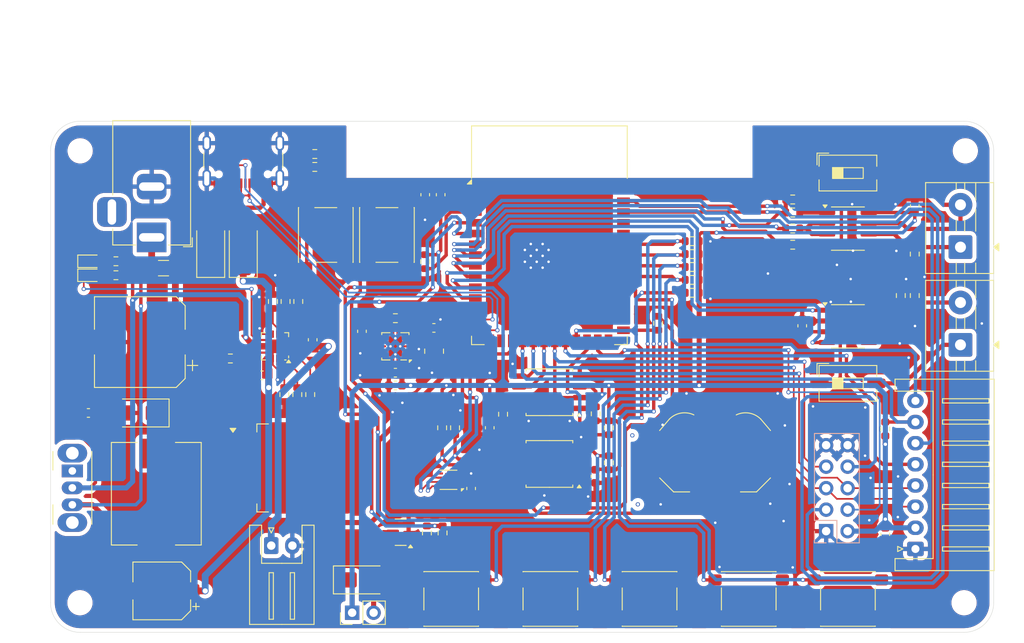
<source format=kicad_pcb>
(kicad_pcb (version 20241229) (generator "pcbnew") (generator_version "9.0")
  (layers (0 "F.Cu" signal) (2 "B.Cu" signal) (13 "F.Paste" user) (15 "B.Paste" user) (5 "F.SilkS" user "F.Silkscreen") (7 "B.SilkS" user "B.Silkscreen") (1 "F.Mask" user) (3 "B.Mask" user) (25 "Edge.Cuts" user))
  (net 0 "")
  (net 1 "/VBAT")
  (net 2 "GND")
  (net 3 "+5V")
  (net 4 "Net-(D1-K)")
  (net 5 "Net-(J4-Pin_1)")
  (net 6 "+3V3")
  (net 7 "Net-(SW3-B)")
  (net 8 "Net-(U4-EN)")
  (net 9 "Net-(U8-EN)")
  (net 10 "/VBUS")
  (net 11 "Net-(D3-A)")
  (net 12 "Net-(D4-K)")
  (net 13 "Net-(D4-A)")
  (net 14 "Net-(D5-A)")
  (net 15 "Net-(D6-K)")
  (net 16 "Net-(F1-Pad1)")
  (net 17 "Net-(J2-CC1)")
  (net 19 "Net-(J2-CC2)")
  (net 21 "/USB_D-")
  (net 22 "/USB_D+")
  (net 23 "/RS_B")
  (net 24 "/RS_A")
  (net 25 "/CAN_H")
  (net 26 "/CAN_L")
  (net 27 "/TFT_DC")
  (net 28 "/MOSI")
  (net 29 "/TFT_RST")
  (net 30 "/~{TFT_CS}")
  (net 31 "/TFT_BL")
  (net 32 "/CLK")
  (net 33 "/TXD0")
  (net 34 "/RXD0")
  (net 35 "/CAN_Tx")
  (net 36 "/CAN_Rx")
  (net 37 "/SW_OK")
  (net 38 "/SW_UP")
  (net 39 "/SW_DWN")
  (net 40 "/SW_LEF")
  (net 41 "/SW_RIG")
  (net 42 "/~{MEM_CS}")
  (net 43 "/RF_CS")
  (net 44 "/RF_GDO2")
  (net 45 "/RF_GDO0")
  (net 46 "/VIB_MOT")
  (net 47 "/~{DS_RST}")
  (net 48 "/RS_RE{slash}DE")
  (net 49 "/SDA")
  (net 50 "/SCL")
  (net 51 "/MISO")
  (net 52 "/RS_Tx")
  (net 53 "/RS_Rx")
  (net 54 "Net-(U4-L1)")
  (net 55 "Net-(U4-L2)")
  (net 56 "Net-(Q1-G)")
  (net 57 "Net-(U1-ITERM)")
  (net 58 "Net-(U1-~{CE})")
  (net 59 "Net-(U1-EN1)")
  (net 60 "Net-(U1-EN2)")
  (net 61 "Net-(U1-ILIM)")
  (net 62 "Net-(U1-ISET)")
  (net 63 "Net-(U1-TS)")
  (net 64 "Net-(U3-RO)")
  (net 65 "Net-(U3-DE)")
  (net 66 "Net-(U3-DI)")
  (net 67 "Net-(U6-Rs)")
  (net 68 "Net-(R29-Pad2)")
  (net 69 "Net-(U8-IO0)")
  (net 70 "Net-(U9-~{WP}{slash}IO_{2})")
  (net 71 "Net-(U9-~{HOLD}{slash}~{RESET}{slash}IO_{3})")
  (net 72 "Net-(R34-Pad2)")
  (net 73 "Net-(R35-Pad2)")
  (net 85 "Net-(SW3-C)")
  (footprint "Inductor_SMD:L_1008_2520Metric" (layer "F.Cu") (at 136.375 100.875 90)
    (property "Reference" "L2" (hide yes))
    (property "Value" "2.2uH")
  )
  (footprint "Resistor_SMD:R_0603_1608Metric" (layer "F.Cu") (at 193.175 89.4 -90)
    (property "Reference" "R35" (hide yes))
    (property "Value" "120")
  )
  (footprint "Resistor_SMD:R_0603_1608Metric" (layer "F.Cu") (at 166.875 92.45 180)
    (property "Reference" "R13" (hide yes))
    (property "Value" "100k")
  )
  (footprint "Resistor_SMD:R_0603_1608Metric" (layer "F.Cu") (at 166.875 89.4 180)
    (property "Reference" "R23" (hide yes))
    (property "Value" "100k")
  )
  (footprint "Package_SO:SOIC-8_5.3x5.3mm_P1.27mm" (layer "F.Cu") (at 150 105.725 180)
    (property "Reference" "U9" (hide yes))
    (property "Value" "W25Q16JVSS")
  )
  (footprint "Capacitor_SMD:C_0603_1608Metric" (layer "F.Cu") (at 137.15 82.385 -90)
    (property "Reference" "C16" (hide yes))
    (property "Value" "100nF")
  )
  (footprint "TerminalBlock:TerminalBlock_MaiXu_MX126-5.0-02P_1x02_P5.00mm" (layer "F.Cu") (at 198.575 100.125 90)
    (property "Reference" "J5" (hide yes))
    (property "Value" "CAN_Port")
  )
  (footprint "Capacitor_SMD:C_0603_1608Metric" (layer "F.Cu") (at 116.05 103.725)
    (property "Reference" "C1" (hide yes))
    (property "Value" "100nF")
  )
  (footprint "Resistor_SMD:R_0603_1608Metric" (layer "F.Cu") (at 155.475 108.275 90)
    (property "Reference" "R30" (hide yes))
    (property "Value" "10k")
  )
  (footprint "Resistor_SMD:R_0603_1608Metric" (layer "F.Cu") (at 118.825 95 -90)
    (property "Reference" "R4" (hide yes))
    (property "Value" "10k")
  )
  (footprint "Resistor_SMD:R_0603_1608Metric" (layer "F.Cu") (at 144.525 108.325 90)
    (property "Reference" "R31" (hide yes))
    (property "Value" "10k")
  )
  (footprint "Package_SO:SOIC-8_3.9x4.9mm_P1.27mm" (layer "F.Cu") (at 185.275 97.94)
    (property "Reference" "U6" (hide yes))
    (property "Value" "SN65HVD230")
  )
  (footprint "Button_Switch_THT:SW_Slide_SPDT_Angled_CK_OS102011MA1Q" (layer "F.Cu") (at 93.625 115.025 -90)
    (property "Reference" "SW3" (hide yes))
    (property "Value" "SW_SPDT")
  )
  (footprint "Resistor_SMD:R_0603_1608Metric" (layer "F.Cu") (at 131.8 96.975)
    (property "Reference" "R20" (hide yes))
    (property "Value" "10k")
  )
  (footprint "Package_SON:Texas_DRC0010J_ThermalVias" (layer "F.Cu") (at 131.7975 100.3 180)
    (property "Reference" "U4" (hide yes))
    (property "Value" "TPS63001")
  )
  (footprint "Resistor_SMD:R_0603_1608Metric" (layer "F.Cu") (at 178.75 86.375)
    (property "Reference" "R18" (hide yes))
    (property "Value" "270")
  )
  (footprint "Capacitor_SMD:C_0603_1608Metric" (layer "F.Cu") (at 131.8 103.415)
    (property "Reference" "C10" (hide yes))
    (property "Value" "10uF")
  )
  (footprint "Capacitor_SMD:C_0603_1608Metric" (layer "F.Cu") (at 189.69 122.52 90)
    (property "Reference" "C12" (hide yes))
    (property "Value" "100nF")
  )
  (footprint "Button_Switch_SMD:SW_DIP_SPSTx01_Slide_6.7x4.1mm_W6.73mm_P2.54mm_LowProfile_JPin" (layer "F.Cu") (at 185.275 79.825)
    (property "Reference" "SW10" (hide yes))
    (property "Value" "SW_DIP_x01")
  )
  (footprint "Inductor_SMD:L_Chilisin_BMRF00101040" (layer "F.Cu") (at 103.5475 117.72 -90)
    (property "Reference" "L1" (hide yes))
    (property "Value" "33uH")
  )
  (footprint "Resistor_SMD:R_0603_1608Metric" (layer "F.Cu") (at 121.73625 106 -90)
    (property "Reference" "R11" (hide yes))
    (property "Value" "10k")
  )
  (footprint "Resistor_SMD:R_0603_1608Metric" (layer "F.Cu") (at 193.175 94.3 90)
    (property "Reference" "R34" (hide yes))
    (property "Value" "120")
  )
  (footprint "Resistor_SMD:R_0603_1608Metric" (layer "F.Cu") (at 138.85 109.925 -90)
    (property "Reference" "R27" (hide yes))
    (property "Value" "10k")
  )
  (footprint "Package_TO_SOT_SMD:SOT-23" (layer "F.Cu") (at 132.425 122.2625 180)
    (property "Reference" "Q1" (hide yes))
    (property "Value" "AO3400A")
  )
  (footprint "Button_Switch_SMD:SW_SPST_PTS645Sx43SMTR92" (layer "F.Cu") (at 123.575 87.14 -90)
    (property "Reference" "SW8" (hide yes))
    (property "Value" "BOOT")
  )
  (footprint "Resistor_SMD:R_0603_1608Metric" (layer "F.Cu") (at 178.75 84.485)
    (property "Reference" "R17" (hide yes))
    (property "Value" "330")
  )
  (footprint "Package_TO_SOT_SMD:TO-263-5_TabPin3" (layer "F.Cu") (at 120.255 114.67)
    (property "Reference" "U2" (hide yes))
    (property "Value" "LM2596S-5")
  )
  (footprint "RF_Module:ESP32-S3-WROOM-1" (layer "F.Cu") (at 150 87.15)
    (property "Reference" "U8" (hide yes))
    (property "Value" "ESP32-S3-WROOM-1")
  )
  (footprint "Resistor_SMD:R_0603_1608Metric" (layer "F.Cu") (at 98.775 90.25)
    (property "Reference" "R14" (hide yes))
    (property "Value" "1k")
  )
  (footprint "Button_Switch_SMD:SW_SPST_PTS645Sx43SMTR92" (layer "F.Cu") (at 173.555 130.15 180)
    (property "Reference" "SW5" (hide yes))
    (property "Value" "LEFT")
  )
  (footprint "Capacitor_SMD:CP_Elec_6.3x7.7" (layer "F.Cu") (at 104.1925 129.2 180)
    (property "Reference" "C5" (hide yes))
    (property "Value" "220uF")
  )
  (footprint "Resistor_SMD:R_0603_1608Metric" (layer "F.Cu") (at 189.69 110.07 -90)
    (property "Reference" "R25" (hide yes))
    (property "Value" "10k")
  )
  (footprint "Resistor_SMD:R_0603_1608Metric" (layer "F.Cu") (at 118.675 106 90)
    (property "Reference" "R1" (hide yes))
    (property "Value" "10k")
  )
  (footprint "Button_Switch_SMD:SW_SPST_PTS645Sx43SMTR92" (layer "F.Cu") (at 161.835 130.15 180)
    (property "Reference" "SW4" (hide yes))
    (property "Value" "RIGHT")
  )
  (footprint "Diode_SMD:D_SMA" (layer "F.Cu") (at 113.825 88.645 90)
    (property "Reference" "D2" (hide yes))
    (property "Value" "1N5824")
  )
  (footprint "MountingHole:MountingHole_2.7mm_M2.5" (layer "F.Cu") (at 199.15 77.2)
    (property "Reference" "H3" (hide yes))
    (property "Value" "MountingHole_Pad")
  )
  (footprint "Capacitor_SMD:C_0603_1608Metric" (layer "F.Cu") (at 193.175 83.71 -90)
    (property "Reference" "C4" (hide yes))
    (property "Value" "100nF")
  )
  (footprint "Resistor_SMD:R_0603_1608Metric" (layer "F.Cu") (at 120.21125 106 90)
    (property "Reference" "R6" (hide yes))
    (property "Value" "1k")
  )
  (footprint "Resistor_SMD:R_0603_1608Metric" (layer "F.Cu") (at 166.875 90.925 180)
    (property "Reference" "R15" (hide yes))
    (property "Value" "100k")
  )
  (footprint "Connector_JST:JST_XH_S8B-XH-A_1x08_P2.50mm_Horizontal" (layer "F.Cu") (at 193.255 124.245 90)
    (property "Reference" "J6" (hide yes))
    (property "Value" "Conn_01x08")
  )
  (footprint "Capacitor_SMD:C_0603_1608Metric" (layer "F.Cu") (at 140.75 117.1 -90)
    (property "Reference" "C14" (hide yes))
    (property "Value" "100nF")
  )
  (footprint "Resistor_SMD:R_0603_1608Metric" (layer "F.Cu") (at 157.025 114.06 90)
    (property "Reference" "R21" (hide yes))
    (property "Value" "10k")
  )
  (footprint "Package_SO:SOIC-8_3.9x4.9mm_P1.27mm" (layer "F.Cu") (at 185.275 86.39)
    (property "Reference" "U3" (hide yes))
    (property "Value" "MAX3485")
  )
  (footprint "LED_SMD:LED_0603_1608Metric" (layer "F.Cu") (at 95.75 91.9)
    (property "Reference" "D4" (hide yes))
    (property "Value" "LED")
  )
  (footprint "Capacitor_SMD:C_0603_1608Metric" (layer "F.Cu") (at 95.525 108.175 180)
    (property "Reference" "C6" (hide yes))
    (property "Value" "10uF")
  )
  (footprint "Resistor_SMD:R_0603_1608Metric" (layer "F.Cu") (at 162.85 97.575 90)
    (property "Reference" "R29" (hide yes))
    (property "Value" "470")
  )
  (footprint "Resistor_SMD:R_0603_1608Metric" (layer "F.Cu") (at 135.325 90.295 -90)
    (property "Reference" "R33" (hide yes))
    (property "Value" "100k")
  )
  (footprint "Capacitor_SMD:C_0603_1608Metric" (layer "F.Cu") (at 142.95 109.925 90)
    (property "Reference" "C17" (hide yes))
    (property "Value" "100nF")
  )
  (footprint "Package_SO:SOIC-8_5.3x5.3mm_P1.27mm" (layer "F.Cu") (at 150 114.2 180)
    (property "Reference" "U5" (hide yes))
    (property "Value" "DS3231MZ")
  )
  (footprint "Capacitor_SMD:CP_Elec_10x10.5" (layer "F.Cu") (at 101.6 99.8 180)
    (property "Reference" "C2" (hide yes))
    (property "Value" "680uF")
  )
  (footprint "MountingHole:MountingHole_2.7mm_M2.5" (layer "F.Cu") (at 199 130.6)
    (property "Reference" "H4" (hide yes))
    (property "Value" "MountingHole_Pad")
  )
  (footprint "MountingHole:MountingHole_2.7mm_M2.5" (layer "F.Cu") (at 94.55 77.2)
    (property "Reference" "H1" (hide yes))
    (property "Value" "MountingHole_Pad")
  )
  (footprint "Capacitor_SMD:C_0603_1608Metric" (layer "F.Cu") (at 155.45 115.66 90)
    (property "Reference" "C9" (hide yes))
    (property "Value" "100nF")
  )
  (footprint "Resistor_SMD:R_0603_1608Metric" (layer "F.Cu") (at 98.775 91.9)
    (property "Reference" "R12" (hide yes))
    (property "Value" "1k")
  )
  (footprint "Capacitor_SMD:C_0603_1608Metric" (layer "F.Cu") (at 122.025 99.525 90)
    (property "Reference" "C3" (hide yes))
    (property "Value" "10uF")
  )
  (footprint "Connector_BarrelJack:BarrelJack_Horizontal" (layer "F.Cu") (at 103 87.425 -90)
    (property "Reference" "J1" (hide yes))
    (property "Value" "Jack-DC")
  )
  (footprint "Resistor_SMD:R_0603_1608Metric" (layer "F.Cu") (at 112.3 101.7375)
    (property "Reference" "R5" (hide yes))
    (property "Value" "1k")
  )
  (footprint "Battery:BatteryHolder_LINX_BAT-HLD-012-SMT" (layer "F.Cu") (at 169.575 113.1 180)
    (property "Reference" "BT1" (hide yes))
    (property "Value" "Battery_Cell")
  )
  (footprint "Diode_SMD:D_SMA" (layer "F.Cu") (at 101.55 108.175 180)
    (property "Reference" "D6" (hide yes))
    (property "Value" "1N5824")
  )
  (footprint "Resistor_SMD:R_0603_1608Metric" (layer "F.Cu") (at 122.275 79.1 180)
    (property "Reference" "R8" (hide yes))
    (property "Value" "5k1")
  )
  (footprint "Resistor_SMD:R_0603_1608Metric" (layer "F.Cu") (at 137.325 109.925 -90)
    (property "Reference" "R28" (hide yes))
    (property "Value" "10k")
  )
  (footprint "Button_Switch_SMD:SW_SPST_PTS645Sx43SMTR92" (layer "F.Cu") (at 138.395 130.15 180)
    (property "Reference" "SW1" (hide yes))
    (property "Value" "UP")
  )
  (footprint "Button_Switch_SMD:SW_SPST_PTS645Sx43SMTR92" (layer "F.Cu") (at 130.8 87.14 90)
    (property "Reference" "SW7" (hide yes))
    (property "Value" "RST")
  )
  (footprint "Capacitor_SMD:C_0603_1608Metric" (layer "F.Cu") (at 136.35 98.125 180)
    (property "Reference" "C7" (hide yes))
    (property "Value" "10uF")
  )
  (footprint "Resistor_SMD:R_0603_1608Metric" (layer "F.Cu") (at 135.525 122.35 90)
    (property "Reference" "R10" (hide yes))
    (property "Value" "180")
  )
  (footprint "Resistor_SMD:R_0603_1608Metric" (layer "F.Cu") (at 137.375 122.35 -90)
    (property "Reference" "R7" (hide yes))
    (property "Value" "10k")
  )
  (footprint "Capacitor_SMD:C_0603_1608Metric" (layer "F.Cu") (at 135.325 82.385 -90)
    (property "Reference" "C15" (hide yes))
    (property "Value" "100nF")
  )
  (footprint "Package_DFN_QFN:VQFN-16-1EP_3x3mm_P0.5mm_EP1.6x1.6mm" (layer "F.Cu") (at 117.575 100.3 180)
    (property "Reference" "U1" (hide yes))
    (property "Value" "BQ24074RGT")
  )
  (footprint "Resistor_SMD:R_0603_1608Metric" (layer "F.Cu") (at 122.275 77.575)
    (property "Reference" "R9" (hide yes))
    (property "Value" "5k1")
  )
  (footprint "Capacitor_SMD:C_0603_1608Metric" (layer "F.Cu") (at 179.875 97.875 -90)
    (property "Reference" "C13" (hide yes))
    (property "Value" "100nF")
  )
  (footprint "Resistor_SMD:R_0603_1608Metric" (layer "F.Cu") (at 191.525 94.3 90)
    (property "Reference" "R26" (hide yes))
    (property "Value" "10k")
  )
  (footprint "Resistor_SMD:R_0603_1608Metric" (layer "F.Cu") (at 166.875 93.975 180)
    (property "Reference" "R24" (hide yes))
    (property "Value" "100k")
  )
  (footprint "Connector_PinHeader_2.54mm:PinHeader_1x02_P2.54mm_Vertical" (layer "F.Cu") (at 126.6875 131.78 90)
    (property "Reference" "M1" (hide yes))
    (property "Value" "Motor_DC")
  )
  (footprint "Button_Switch_SMD:SW_SPST_PTS645Sx43SMTR92" (layer "F.Cu") (at 150.115 130.15 180)
    (property "Reference" "SW2" (hide yes))
    (property "Value" "DOWN")
  )
  (footprint "Resistor_SMD:R_0603_1608Metric" (layer "F.Cu") (at 166.875 87.875 180)
    (property "Reference" "R16" (hide yes))
    (property "Value" "100k")
  )
  (footprint "Connector_USB:USB_C_Receptacle_GCT_USB4105-xx-A_16P_TopMnt_Horizontal" (layer "F.Cu") (at 113.825 77.36 180)
    (property "Reference" "J2" (hide yes))
    (property "Value" "USB_C_Receptacle")
  )
  (footprint "Resistor_SMD:R_0603_1608Metric" (layer "F.Cu") (at 178.75 88.295)
    (property "Reference" "R19" (hide yes))
    (property "Value" "270")
  )
  (footprint "Resistor_SMD:R_0603_1608Metric" (layer "F.Cu") (at 120.325 95 -90)
    (property "Reference" "R2" (hide yes))
    (property "Value" "10k")
  )
  (footprint "Resistor_SMD:R_0603_1608Metric" (layer "F.Cu") (at 117.325 95 -90)
    (property "Reference" "R3" (hide yes))
    (property "Value" "10k")
  )
  (footprint "Package_DFN_QFN:DFN-8-1EP_2x2mm_P0.5mm_EP0.8x1.6mm" (layer "F.Cu") (at 138.075 116.075 180)
    (property "Reference" "U7" (hide yes))
    (property "Value" "MAX17048G_T10")
  )
  (footprint "Fuse:Fuse_1206_3216Metric" (layer "F.Cu") (at 104.4 91.06)
    (property "Reference" "F1" (hide yes))
    (property "Value" "1A")
  )
  (footprint "Diode_SMD:D_SMA" (layer "F.Cu") (at 127.985 127.9)
    (property "Reference" "D3" (hide yes))
    (property "Value" "1N5824")
  )
  (footprint "MountingHole:MountingHole_2.7mm_M2.5" (layer "F.Cu") (at 94.525 130.6)
    (property "Reference" "H2" (hide yes))
    (property "Value" "MountingHole_Pad")
  )
  (footprint "Resistor_SMD:R_0603_1608Metric" (layer "F.Cu") (at 178.75 82.95 180)
    (property "Reference" "R22" (hide yes))
    (property "Value" "680")
  )
  (footprint "Button_Switch_SMD:SW_DIP_SPSTx01_Slide_6.7x4.1mm_W6.73mm_P2.54mm_LowProfile_JPin" (layer "F.Cu") (at 185.275 104.675)
    (property "Reference" "SW9" (hide yes))
    (property "Value" "SW_DIP_x01")
  )
  (footprint "Resistor_SMD:R_0603_1608Metric" (layer "F.Cu") (at 157.025 109.925 -90)
    (property "Reference" "R32" (hide yes))
    (property "Value" "10k")
  )
  (footprint "TerminalBlock:TerminalBlock_MaiXu_MX126-5.0-02P_1x02_P5.00mm" (layer "F.Cu") (at 198.575 88.575 90)
    (property "Reference" "J3" (hide yes))
    (property "Value" "RS_Port")
  )
  (footprint "LED_SMD:LED_0603_1608Metric" (layer "F.Cu") (at 95.75 90.25)
    (property "Reference" "D5" (hide yes))
    (property "Value" "LED")
  )
  (footprint "Connector_JST:JST_XH_S2B-XH-A_1x02_P2.50mm_Horizontal" (layer "F.Cu") (at 117.13 123.85)
    (property "Reference" "J4" (hide yes))
    (property "Value" "Batt_Port")
  )
  (footprint "Capacitor_SMD:C_0603_1608Metric" (layer "F.Cu") (at 131.8 104.925)
    (property "Reference" "C11" (hide yes))
    (property "Value" "10uF")
  )
  (footprint "Diode_SMD:D_SMA" (layer "F.Cu") (at 109.975 88.645 90)
    (property "Reference" "D1" (hide yes))
    (property "Value" "1N5824")
  )
  (footprint "Capacitor_SMD:C_0603_1608Metric" (layer "F.Cu") (at 127.85 98.525 -90)
    (property "Reference" "C8" (hide yes))
    (property "Value" "100nF")
  )
  (footprint "Button_Switch_SMD:SW_SPST_PTS645Sx43SMTR92" (layer "F.Cu") (at 185.275 130.15 180)
    (property "Reference" "SW6" (hide yes))
    (property "Value" "OK")
  )
  (footprint "Connector_PinHeader_2.54mm:PinHeader_2x05_P2.54mm_Vertical" (layer "B.Cu") (at 182.7 122.14)
    (property "Reference" "J7" (hide yes))
    (property "Value" "E07-M1101D-SMA" (hide yes))
  )
  (gr_arc (start 91.05 77.2) (mid 92.075126 74.725126) (end 94.55 73.7) (stroke (width 0.05)) (layer "Edge.Cuts"))
  (gr_line (start 91.05 130.6) (end 91.05 77.2) (stroke (width 0.05)) (layer "Edge.Cuts"))
  (gr_arc (start 94.55 134.1) (mid 92.075126 133.074874) (end 91.05 130.6) (stroke (width 0.05)) (layer "Edge.Cuts"))
  (gr_arc (start 199 73.7) (mid 201.474874 74.725126) (end 202.5 77.2) (stroke (width 0.05)) (layer "Edge.Cuts"))
  (gr_arc (start 202.5 130.6) (mid 201.474874 133.074874) (end 199 134.1) (stroke (width 0.05)) (layer "Edge.Cuts"))
  (gr_line (start 94.55 73.7) (end 199 73.7) (stroke (width 0.05)) (layer "Edge.Cuts"))
  (gr_line (start 202.5 77.2) (end 202.5 130.6) (stroke (width 0.05)) (layer "Edge.Cuts"))
  (gr_line (start 199 134.1) (end 94.55 134.1) (stroke (width 0.05)) (layer "Edge.Cuts"))
  (via (at 160.45 118.975) (size 0.5) (drill 0.3) (layers "F.Cu" "B.Cu") (net 0))
  (via (at 159.8 110.825) (size 0.5) (drill 0.3) (layers "F.Cu" "B.Cu") (net 0))
  (segment (start 176.625 120.025) (end 162.625 120.025) (width 0.4) (layer "F.Cu") (net 1))
  (segment (start 147.7 117.2) (end 148.15 117.65) (width 0.4) (layer "F.Cu") (net 1))
  (segment (start 148.15 119.525) (end 148.65 120.025) (width 0.4) (layer "F.Cu") (net 1))
  (segment (start 147.7 117.2) (end 148.15 116.75) (width 0.4) (layer "F.Cu") (net 1))
  (segment (start 177.175 119.475) (end 176.625 120.025) (width 0.4) (layer "F.Cu") (net 1))
  (segment (start 142.125 116.325) (end 143 117.2) (width 0.4) (layer "F.Cu") (net 1))
  (segment (start 148.15 116.75) (end 148.15 114.025) (width 0.4) (layer "F.Cu") (net 1))
  (segment (start 148.65 120.025) (end 161.35 120.025) (width 0.4) (layer "F.Cu") (net 1))
  (segment (start 139.075 116.325) (end 140.75 116.325) (width 0.2) (layer "F.Cu") (net 1))
  (segment (start 161.975 119.375) (end 161.975 119.975) (width 0.4) (layer "F.Cu") (net 1))
  (segment (start 148.15 116.75) (end 148.15 117.65) (width 0.4) (layer "F.Cu") (net 1))
  (segment (start 161.35 120.025) (end 161.925 120.025) (width 0.4) (layer "F.Cu") (net 1))
  (segment (start 148.15 117.65) (end 148.15 119.525) (width 0.4) (layer "F.Cu") (net 1))
  (segment (start 161.975 119.375) (end 161.975 119.4) (width 0.4) (layer "F.Cu") (net 1))
  (segment (start 143 117.2) (end 147.7 117.2) (width 0.4) (layer "F.Cu") (net 1))
  (segment (start 148.15 114.025) (end 147.69 113.565) (width 0.4) (layer "F.Cu") (net 1))
  (segment (start 140.75 116.325) (end 142.125 116.325) (width 0.4) (layer "F.Cu") (net 1))
  (segment (start 139.075 115.825) (end 140.25 115.825) (width 0.2) (layer "F.Cu") (net 1))
  (segment (start 161.975 113.1) (end 161.975 119.375) (width 0.4) (layer "F.Cu") (net 1))
  (segment (start 147.69 113.565) (end 146.4125 113.565) (width 0.4) (layer "F.Cu") (net 1))
  (segment (start 140.25 115.825) (end 140.75 116.325) (width 0.2) (layer "F.Cu") (net 1))
  (segment (start 161.925 120.025) (end 162.625 120.025) (width 0.4) (layer "F.Cu") (net 1))
  (segment (start 161.975 119.375) (end 162.625 120.025) (width 0.4) (layer "F.Cu") (net 1))
  (segment (start 177.175 113.1) (end 177.175 119.475) (width 0.4) (layer "F.Cu") (net 1))
  (segment (start 161.975 119.975) (end 161.925 120.025) (width 0.4) (layer "F.Cu") (net 1))
  (segment (start 161.975 119.4) (end 161.35 120.025) (width 0.4) (layer "F.Cu") (net 1))
  (segment (start 110.625 82.1) (end 110.425 82.3) (width 0.4) (layer "F.Cu") (net 2))
  (segment (start 155.82 103.82) (end 153.5875 103.82) (width 0.3) (layer "F.Cu") (net 2))
  (segment (start 117.025 81.04) (end 117.57 81.04) (width 0.4) (layer "F.Cu") (net 2))
  (segment (start 116.0375 98.8625) (end 115.75 98.575) (width 0.2) (layer "F.Cu") (net 2))
  (segment (start 139.075 115.325) (end 140.75 115.325) (width 0.2) (layer "F.Cu") (net 2))
  (segment (start 110.625 81.04) (end 110.08 81.04) (width 0.4) (layer "F.Cu") (net 2))
  (segment (start 139.7 116.825) (end 140.75 117.875) (width 0.2) (layer "F.Cu") (net 2))
  (segment (start 116.825 99.284202) (end 116.825 98.8625) (width 0.2) (layer "F.Cu") (net 2))
  (segment (start 134.25 100.3) (end 134.575 100.625) (width 0.2) (layer "F.Cu") (net 2))
  (segment (start 117.325 101.7375) (end 117.325 102.5) (width 0.2) (layer "F.Cu") (net 2))
  (segment (start 137.075 115.825) (end 136.35 115.825) (width 0.2) (layer "F.Cu") (net 2))
  (segment (start 116.825 98) (end 116.625 97.8) (width 0.2) (layer "F.Cu") (net 2))
  (segment (start 156.225 104.225) (end 155.82 103.82) (width 0.3) (layer "F.Cu") (net 2))
  (segment (start 182.8 97.305) (end 181.595 97.305) (width 0.4) (layer "F.Cu") (net 2))
  (segment (start 116.876 99.335202) (end 116.825 99.284202) (width 0.2) (layer "F.Cu") (net 2))
  (segment (start 117.025 82.125) (end 117.25 82.35) (width 0.4) (layer "F.Cu") (net 2))
  (segment (start 181.53 97.305) (end 181.225 97) (width 0.4) (layer "F.Cu") (net 2))
  (segment (start 181.595 97.305) (end 181.225 97.675) (width 0.4) (layer "F.Cu") (net 2))
  (segment (start 115.75 98.575) (end 115.75 98.175) (width 0.2) (layer "F.Cu") (net 2))
  (segment (start 117.575 100.3) (end 116.876 99.601) (width 0.2) (layer "F.Cu") (net 2))
  (segment (start 131.2975 100.8) (end 131.7975 100.3) (width 0.2) (layer "F.Cu") (net 2))
  (segment (start 117.025 81.04) (end 117.025 82.125) (width 0.4) (layer "F.Cu") (net 2))
  (segment (start 117.57 81.04) (end 118.145 80.465) (width 0.4) (layer "F.Cu") (net 2))
  (segment (start 117.575 100.3) (end 117.325 100.55) (width 0.2) (layer "F.Cu") (net 2))
  (segment (start 182.8 97.305) (end 181.53 97.305) (width 0.4) (layer "F.Cu") (net 2))
  (segment (start 117.325 100.55) (end 117.325 101.7375) (width 0.2) (layer "F.Cu") (net 2))
  (segment (start 133.1975 100.3) (end 134.25 100.3) (width 0.2) (layer "F.Cu") (net 2))
  (segment (start 139.075 116.825) (end 139.7 116.825) (width 0.2) (layer "F.Cu") (net 2))
  (segment (start 116.825 98.8625) (end 116.825 98) (width 0.2) (layer "F.Cu") (net 2))
  (segment (start 117.325 102.5) (end 117.9 103.075) (width 0.2) (layer "F.Cu") (net 2))
  (segment (start 116.876 99.601) (end 116.876 99.335202) (width 0.2) (layer "F.Cu") (net 2))
  (segment (start 136.35 115.825) (end 136.15 115.625) (width 0.2) (layer "F.Cu") (net 2))
  (segment (start 133.1975 100.3) (end 132.3725 100.3) (width 0.2) (layer "F.Cu") (net 2))
  (segment (start 110.08 81.04) (end 109.505 80.465) (width 0.4) (layer "F.Cu") (net 2))
  (segment (start 117.9 103.075) (end 117.9 104.25) (width 0.2) (layer "F.Cu") (net 2))
  (segment (start 116.825 98.8625) (end 116.0375 98.8625) (width 0.2) (layer "F.Cu") (net 2))
  (segment (start 130.3975 100.8) (end 131.2975 100.8) (width 0.2) (layer "F.Cu") (net 2))
  (segment (start 139.075 116.825) (end 139.075 117.375) (width 0.2) (layer "F.Cu") (net 2))
  (segment (start 156.225 106) (end 156.225 104.225) (width 0.3) (layer "F.Cu") (net 2))
  (segment (start 110.625 81.04) (end 110.625 82.1) (width 0.4) (layer "F.Cu") (net 2))
  (segment (start 137.125 98.125) (end 137.125 97.125) (width 0.4) (layer "F.Cu") (net 2))
  (via (at 185.775 83.5) (size 0.5) (drill 0.3) (layers "F.Cu" "B.Cu") (net 2))
  (via (at 181.15 107.4) (size 0.5) (drill 0.3) (layers "F.Cu" "B.Cu") (net 2))
  (via (at 187.8 120.85) (size 0.5) (drill 0.3) (layers "F.Cu" "B.Cu") (net 2))
  (via (at 183.25 95.05) (size 0.5) (drill 0.3) (layers "F.Cu" "B.Cu") (net 2))
  (via (at 152.4 109.125) (size 0.5) (drill 0.3) (layers "F.Cu" "B.Cu") (net 2))
  (via (at 163.15 118.975) (size 0.5) (drill 0.3) (layers "F.Cu" "B.Cu") (net 2))
  (via (at 178.75 126.425) (size 0.5) (drill 0.3) (layers "F.Cu" "B.Cu") (net 2))
  (via (at 194.325 92.1) (size 0.5) (drill 0.3) (layers "F.Cu" "B.Cu") (net 2))
  (via (at 115.75 98.175) (size 0.5) (drill 0.3) (layers "F.Cu" "B.Cu") (net 2))
  (via (at 139.475 107.875) (size 0.5) (drill 0.3) (layers "F.Cu" "B.Cu") (net 2))
  (via (at 134.6 102.875) (size 0.5) (drill 0.3) (layers "F.Cu" "B.Cu") (net 2))
  (via (at 138.65 106.05) (size 0.5) (drill 0.3) (layers "F.Cu" "B.Cu") (net 2))
  (via (at 177.675 120.95) (size 0.5) (drill 0.3) (layers "F.Cu" "B.Cu") (net 2))
  (via (at 185.6 92.35) (size 0.5) (drill 0.3) (layers "F.Cu" "B.Cu") (net 2))
  (via (at 187.3 113.225) (size 0.5) (drill 0.3) (layers "F.Cu" "B.Cu") (net 2))
  (via (at 170.1 126.375) (size 0.5) (drill 0.3) (layers "F.Cu" "B.Cu") (net 2))
  (via (at 141.725 112.525) (size 0.5) (drill 0.3) (layers "F.Cu" "B.Cu") (net 2))
  (via (at 183.975 90.675) (size 0.5) (drill 0.3) (layers "F.Cu" "B.Cu") (net 2))
  (via (at 201.1 97.6) (size 0.5) (drill 0.3) (layers "F.Cu" "B.Cu") (net 2))
  (via (at 175.825 91.7) (size 0.5) (drill 0.3) (layers "F.Cu" "B.Cu") (net 2))
  (via (at 115.7 94.475) (size 0.5) (drill 0.3) (layers "F.Cu" "B.Cu") (net 2))
  (via (at 192.15 92.35) (size 0.5) (drill 0.3) (layers "F.Cu" "B.Cu") (net 2))
  (via (at 136.125 103.425) (size 0.5) (drill 0.3) (layers "F.Cu" "B.Cu") (net 2))
  (via (at 127.625 103.725) (size 0.5) (drill 0.3) (layers "F.Cu" "B.Cu") (net 2))
  (via (at 147.55 109.125) (size 0.5) (drill 0.3) (layers "F.Cu" "B.Cu") (net 2))
  (via (at 149.4 117.925) (size 0.5) (drill 0.3) (layers "F.Cu" "B.Cu") (net 2))
  (via (at 117.6 91.9) (size 0.5) (drill 0.3) (layers "F.Cu" "B.Cu") (net 2))
  (via (at 166.2 105.875) (size 0.5) (drill 0.3) (layers "F.Cu" "B.Cu") (net 2))
  (via (at 185.875 89) (size 0.5) (drill 0.3) (layers "F.Cu" "B.Cu") (net 2))
  (via (at 193.2 97.9) (size 0.5) (drill 0.3) (layers "F.Cu" "B.Cu") (net 2))
  (via (at 129.925 106.1) (size 0.5) (drill 0.3) (layers "F.Cu" "B.Cu") (net 2))
  (via (at 142.95 103.45) (size 0.5) (drill 0.3) (layers "F.Cu" "B.Cu") (net 2))
  (via (at 127.65 101.125) (size 0.5) (drill 0.3) (layers "F.Cu" "B.Cu") (net 2))
  (via (at 185.625 95.025) (size 0.5) (drill 0.3) (layers "F.Cu" "B.Cu") (net 2))
  (via (at 191.4 99.95) (size 0.5) (drill 0.3) (layers "F.Cu" "B.Cu") (net 2))
  (via (at 117.9 104.25) (size 0.5) (drill 0.3) (layers "F.Cu" "B.Cu") (net 2))
  (via (at 169.025 87.9) (size 0.5) (drill 0.3) (layers "F.Cu" "B.Cu") (net 2))
  (via (at 132.625 106.975) (size 0.5) (drill 0.3) (layers "F.Cu" "B.Cu") (net 2))
  (via (at 177.825 109.65) (size 0.5) (drill 0.3) (layers "F.Cu" "B.Cu") (net 2))
  (via (at 191 89.025) (size 0.5) (drill 0.3) (layers "F.Cu" "B.Cu") (net 2))
  (via (at 131.475 108.075) (size 0.5) (drill 0.3) (layers "F.Cu" "B.Cu") (net 2))
  (via (at 137.125 97.125) (size 0.5) (drill 0.3) (layers "F.Cu" "B.Cu") (net 2))
  (via (at 140.75 115.325) (size 0.5) (drill 0.3) (layers "F.Cu" "B.Cu") (net 2))
  (via (at 169.025 94.675) (size 0.5) (drill 0.3) (layers "F.Cu" "B.Cu") (net 2))
  (via (at 190.9 83.5) (size 0.5) (drill 0.3) (layers "F.Cu" "B.Cu") (net 2))
  (via (at 176.1 118.9) (size 0.5) (drill 0.3) (layers "F.Cu" "B.Cu") (net 2))
  (via (at 156.225 106) (size 0.5) (drill 0.3) (layers "F.Cu" "B.Cu") (net 2))
  (via (at 191.175 120.475) (size 0.5) (drill 0.3) (layers "F.Cu" "B.Cu") (net 2))
  (via (at 153.75 111.025) (size 0.5) (drill 0.3) (layers "F.Cu" "B.Cu") (net 2))
  (via (at 187.325 107.525) (size 0.5) (drill 0.3) (layers "F.Cu" "B.Cu") (net 2))
  (via (at 154.575 118.05) (size 0.5) (drill 0.3) (layers "F.Cu" "B.Cu") (net 2))
  (via (at 178.375 116.575) (size 0.5) (drill 0.3) (layers "F.Cu" "B.Cu") (net 2))
  (via (at 145.65 102.375) (size 0.5) (drill 0.3) (layers "F.Cu" "B.Cu") (net 2))
  (via (at 192.45 101.65) (size 0.5) (drill 0.3) (layers "F.Cu" "B.Cu") (net 2))
  (via (at 187.95 115.85) (size 0.5) (drill 0.3) (layers "F.Cu" "B.Cu") (net 2))
  (via (at 169.6 121.15) (size 0.5) (drill 0.3) (layers "F.Cu" "B.Cu") (net 2))
  (via (at 163.375 109.575) (size 0.5) (drill 0.3) (layers "F.Cu" "B.Cu") (net 2))
  (via (at 191.2 115.675) (size 0.5) (drill 0.3) (layers "F.Cu" "B.Cu") (net 2))
  (via (at 135.3 85.35) (size 0.5) (drill 0.3) (layers "F.Cu" "B.Cu") (net 2))
  (via (at 134.575 100.625) (size 0.5) (drill 0.3) (layers "F.Cu" "B.Cu") (net 2))
  (via (at 176.975 105.875) (size 0.5) (drill 0.3) (layers "F.Cu" "B.Cu") (net 2))
  (segment (start 131.7975 99.725) (end 131.2225 100.3) (width 0.4) (layer "B.Cu") (net 2))
  (segment (start 131.7975 99.725) (end 132.3725 100.3) (width 0.4) (layer "B.Cu") (net 2))
  (segment (start 182.7 122.15) (end 183.925 123.375) (width 0.4) (layer "B.Cu") (net 2))
  (segment (start 131.7975 101.25) (end 131.7975 100.875) (width 0.4) (layer "B.Cu") (net 2))
  (segment (start 182.7 122.14) (end 182.685 122.14) (width 0.4) (layer "B.Cu") (net 2))
  (segment (start 131.7975 99.35) (end 131.7975 99.725) (width 0.4) (layer "B.Cu") (net 2))
  (segment (start 131.7975 100.875) (end 131.2225 100.3) (width 0.4) (layer "B.Cu") (net 2))
  (segment (start 131.7975 100.875) (end 132.3725 100.3) (width 0.4) (layer "B.Cu") (net 2))
  (segment (start 182.7 122.14) (end 182.7 122.15) (width 0.4) (layer "B.Cu") (net 2))
  (segment (start 182.685 122.14) (end 181.425 123.4) (width 0.4) (layer "B.Cu") (net 2))
  (segment (start 113.825 90.645) (end 113.825 92.6) (width 0.8) (layer "F.Cu") (net 3))
  (segment (start 104.405 116.37) (end 103.5475 117.2275) (width 0.8) (layer "F.Cu") (net 3))
  (segment (start 106.8925 123.1175) (end 106.8925 129.2) (width 0.8) (layer "F.Cu") (net 3))
  (segment (start 106.8925 129.2) (end 109.325 129.2) (width 0.8) (layer "F.Cu") (net 3))
  (segment (start 118.27 90.645) (end 118.825 91.2) (width 0.6) (layer "F.Cu") (net 3))
  (segment (start 118.825 91.2) (end 118.825 94.175) (width 0.6) (layer "F.Cu") (net 3))
  (segment (start 106.245 122.47) (end 106.8925 123.1175) (width 0.8) (layer "F.Cu") (net 3))
  (segment (start 113.825 90.645) (end 118.27 90.645) (width 0.6) (layer "F.Cu") (net 3))
  (segment (start 103.5475 122.47) (end 106.245 122.47) (width 0.8) (layer "F.Cu") (net 3))
  (segment (start 112.605 116.37) (end 104.405 116.37) (width 0.8) (layer "F.Cu") (net 3))
  (segment (start 103.5475 117.2275) (end 103.5475 122.47) (width 0.8) (layer "F.Cu") (net 3))
  (segment (start 116.825 105.175) (end 116.825 103.725) (width 0.8) (layer "F.Cu") (net 3))
  (via (at 109.325 129.2) (size 0.8) (drill 0.6) (layers "F.Cu" "B.Cu") (net 3))
  (via (at 116.825 105.175) (size 0.8) (drill 0.6) (layers "F.Cu" "B.Cu") (net 3))
  (via (at 113.825 92.6) (size 0.8) (drill 0.6) (layers "F.Cu" "B.Cu") (net 3))
  (segment (start 116.1 92.6) (end 116.825 93.325) (width 0.8) (layer "B.Cu") (net 3))
  (segment (start 116.825 119.875) (end 116.825 105.175) (width 0.8) (layer "B.Cu") (net 3))
  (segment (start 109.325 127.375) (end 116.825 119.875) (width 0.8) (layer "B.Cu") (net 3))
  (segment (start 113.825 92.6) (end 116.1 92.6) (width 0.8) (layer "B.Cu") (net 3))
  (segment (start 116.825 93.325) (end 116.825 105.175) (width 0.8) (layer "B.Cu") (net 3))
  (segment (start 109.325 129.2) (end 109.325 127.375) (width 0.8) (layer "B.Cu") (net 3))
  (segment (start 109.62 111.27) (end 112.605 111.27) (width 0.8) (layer "F.Cu") (net 4))
  (segment (start 105.8 91.06) (end 109.56 91.06) (width 0.8) (layer "F.Cu") (net 4))
  (segment (start 109.56 91.06) (end 109.975 90.645) (width 0.8) (layer "F.Cu") (net 4))
  (segment (start 108.975 107.15) (end 108.975 110.625) (width 0.8) (layer "F.Cu") (net 4))
  (segment (start 105.8 99.8) (end 105.8 103.975) (width 0.8) (layer "F.Cu") (net 4))
  (segment (start 105.8 91.06) (end 105.8 99.8) (width 0.8) (layer "F.Cu") (net 4))
  (segment (start 105.8 103.975) (end 108.975 107.15) (width 0.8) (layer "F.Cu") (net 4))
  (segment (start 108.975 110.625) (end 109.62 111.27) (width 0.8) (layer "F.Cu") (net 4))
  (segment (start 123.875 100.3) (end 122.025 100.3) (width 0.8) (layer "F.Cu") (net 5))
  (via (at 123.875 100.3) (size 0.8) (drill 0.6) (layers "F.Cu" "B.Cu") (net 5))
  (segment (start 117.13 123.85) (end 117.13 121.295) (width 0.8) (layer "B.Cu") (net 5))
  (segment (start 117.95 118.35) (end 117.95 106.225) (width 0.8) (layer "B.Cu") (net 5))
  (segment (start 117.55 120.875) (end 117.95 120.475) (width 0.8) (layer "B.Cu") (net 5))
  (segment (start 117.95 106.225) (end 123.875 100.3) (width 0.8) (layer "B.Cu") (net 5))
  (segment (start 117.13 121.295) (end 117.55 120.875) (width 0.8) (layer "B.Cu") (net 5))
  (segment (start 117.95 120.475) (end 117.95 118.35) (width 0.8) (layer "B.Cu") (net 5))
  (segment (start 153.5875 114.835) (end 155.45 114.835) (width 0.4) (layer "F.Cu") (net 6))
  (segment (start 137.15 83.16) (end 137.15 88.975) (width 0.4) (layer "F.Cu") (net 6))
  (segment (start 142.95 109.15) (end 144.525 109.15) (width 0.4) (layer "F.Cu") (net 6))
  (segment (start 136.65 89.475) (end 136.645 89.47) (width 0.4) (layer "F.Cu") (net 6))
  (segment (start 137.15 88.975) (end 136.9 89.225) (width 0.4) (layer "F.Cu") (net 6))
  (segment (start 146.4125 108.6375) (end 146.4125 107.63) (width 0.4) (layer "F.Cu") (net 6))
  (segment (start 167.7 98.05) (end 167.7 98.65) (width 0.6) (layer "F.Cu") (net 6))
  (segment (start 155.45 114.835) (end 156.975 114.835) (width 0.4) (layer "F.Cu") (net 6))
  (segment (start 138.85 109.1) (end 137.325 109.1) (width 0.4) (layer "F.Cu") (net 6))
  (segment (start 157.025 109.1) (end 157.025 104.925) (width 0.4) (layer "F.Cu") (net 6))
  (segment (start 168.3 98.65) (end 167.7 98.65) (width 0.4) (layer "F.Cu") (net 6))
  (segment (start 167.7 93.975) (end 167.7 98.05) (width 0.6) (layer "F.Cu") (net 6))
  (segment (start 136.645 89.47) (end 135.325 89.47) (width 0.4) (layer "F.Cu") (net 6))
  (segment (start 168.3 98.65) (end 167.7 99.25) (width 0.4) (layer "F.Cu") (net 6))
  (segment (start 167.7 98.65) (end 167.7 99.25) (width 0.6) (layer "F.Cu") (net 6))
  (segment (start 156.975 114.835) (end 157.025 114.885) (width 0.4) (layer "F.Cu") (net 6))
  (segment (start 137.325 109.1) (end 137.325 105.425) (width 0.4) (layer "F.Cu") (net 6))
  (segment (start 142.95 104.925) (end 142.95 109.15) (width 0.4) (layer "F.Cu") (net 6))
  (segment (start 141.25 83.16) (end 137.15 83.16) (width 0.4) (layer "F.Cu") (net 6))
  (segment (start 167.7 99.25) (end 167.7 104.925) (width 0.6) (layer "F.Cu") (net 6))
  (segment (start 193.175 84.485) (end 193.175 85.45) (width 0.4) (layer "F.Cu") (net 6))
  (segment (start 179.95 98.575) (end 179.875 98.65) (width 0.4) (layer "F.Cu") (net 6))
  (segment (start 169.75 86.875) (end 167.95 86.875) (width 0.4) (layer "F.Cu") (net 6))
  (segment (start 189.7 120.725) (end 189.7 121.735) (width 0.6) (layer "F.Cu") (net 6))
  (segment (start 189.7 121.735) (end 189.69 121.745) (width 0.6) (layer "F.Cu") (net 6))
  (segment (start 189.69 111.865) (end 189.7 111.875) (width 0.6) (layer "F.Cu") (net 6))
  (segment (start 126.6875 128.6025) (end 125.985 127.9) (width 0.6) (layer "F.Cu") (net 6))
  (segment (start 136.9 89.225) (end 136.65 89.475) (width 0.4) (layer "F.Cu") (net 6))
  (segment (start 157.025 109.1) (end 155.45 109.1) (width 0.4) (layer "F.Cu") (net 6))
  (segment (start 157.9 109.1) (end 157.025 109.1) (width 0.4) (layer "F.Cu") (net 6))
  (segment (start 168.3 98.65) (end 167.7 98.05) (width 0.4) (layer "F.Cu") (net 6))
  (segment (start 167.7 87.125) (end 167.7 87.875) (width 0.4) (layer "F.Cu") (net 6))
  (segment (start 145.9 109.15) (end 146.4125 108.6375) (width 0.4) (layer "F.Cu") (net 6))
  (segment (start 167.95 86.875) (end 167.7 87.125) (width 0.4) (layer "F.Cu") (net 6))
  (segment (start 132.575 103.415) (end 132.575 104.925) (width 0.6) (layer "F.Cu") (net 6))
  (segment (start 187.75 84.485) (end 193.175 84.485) (width 0.4) (layer "F.Cu") (net 6))
  (segment (start 158.3 114.45) (end 158.3 109.5) (width 0.4) (layer "F.Cu") (net 6))
  (segment (start 157.865 114.885) (end 158.3 114.45) (width 0.4) (layer "F.Cu") (net 6))
  (segment (start 137.325 105.425) (end 137.825 104.925) (width 0.4) (layer "F.Cu") (net 6))
  (segment (start 144.525 109.15) (end 145.9 109.15) (width 0.4) (layer "F.Cu") (net 6))
  (segment (start 126.6875 131.78) (end 126.6875 128.6025) (width 0.6) (layer "F.Cu") (net 6))
  (segment (start 182.8 98.575) (end 179.95 98.575) (width 0.4) (layer "F.Cu") (net 6))
  (segment (start 132.575 104.925) (end 133.6 104.925) (width 0.6) (layer "F.Cu") (net 6))
  (segment (start 179.875 98.65) (end 168.3 98.65) (width 0.4) (layer "F.Cu") (net 6))
  (segment (start 158.3 109.5) (end 157.9 109.1) (width 0.4) (layer "F.Cu") (net 6))
  (segment (start 167.7 87.875) (end 167.7 93.975) (width 0.6) (layer "F.Cu") (net 6))
  (segment (start 157.025 114.885) (end 157.865 114.885) (width 0.4) (layer "F.Cu") (net 6))
  (segment (start 189.69 110.895) (end 189.69 111.865) (width 0.6) (layer "F.Cu") (net 6))
  (via (at 189.7 120.725) (size 0.6) (drill 0.4) (layers "F.Cu" "B.Cu") (net 6))
  (via (at 169.75 86.875) (size 0.5) (drill 0.3) (layers "F.Cu" "B.Cu") (net 6))
  (via (at 193.175 85.45) (size 0.5) (drill 0.3) (layers "F.Cu" "B.Cu") (net 6))
  (via (at 167.7 104.925) (size 0.6) (drill 0.4) (layers "F.Cu" "B.Cu") (net 6))
  (via (at 189.7 111.875) (size 0.6) (drill 0.4) (layers "F.Cu" "B.Cu") (net 6))
  (via (at 157.025 104.925) (size 0.5) (drill 0.3) (layers "F.Cu" "B.Cu") (net 6))
  (via (at 142.95 104.925) (size 0.5) (drill 0.3) (layers "F.Cu" "B.Cu") (net 6))
  (via (at 133.6 104.925) (size 0.6) (drill 0.4) (layers "F.Cu" "B.Cu") (net 6))
  (via (at 136.9 89.225) (size 0.5) (drill 0.3) (layers "F.Cu" "B.Cu") (net 6))
  (via (at 137.825 104.925) (size 0.5) (drill 0.3) (layers "F.Cu" "B.Cu") (net 6))
  (segment (start 144.525 104.25) (end 144.525 104.925) (width 0.4) (layer "B.Cu") (net 6))
  (segment (start 157.025 104.925) (end 167.7 104.925) (width 0.6) (layer "B.Cu") (net 6))
  (segment (start 189.7 120.725) (end 189.7 120.95) (width 0.6) (layer "B.Cu") (net 6))
  (segment (start 190.495 121.745) (end 188.905 121.745) (width 0.6) (layer "B.Cu") (net 6))
  (segment (start 189.7 120.95) (end 190.1375 121.3875) (width 0.6) (layer "B.Cu") (net 6))
  (segment (start 144.525 94.6) (end 144.525 104.25) (width 0.4) (layer "B.Cu") (net 6))
  (segment (start 189.7 120.95) (end 189.2625 121.3875) (width 0.6) (layer "B.Cu") (net 6))
  (segment (start 126.6875 105.7875) (end 127.55 104.925) (width 0.6) (layer "B.Cu") (net 6))
  (segment (start 143.325 93.4) (end 144.525 94.6) (width 0.4) (layer "B.Cu") (net 6))
  (segment (start 188.6 104.925) (end 189.7 106.025) (width 0.6) (layer "B.Cu") (net 6))
  (segment (start 190.495 121.745) (end 193.255 121.745) (width 0.6) (layer "B.Cu") (net 6))
  (segment (start 133.6 104.925) (end 137.825 104.925) (width 0.6) (layer "B.Cu") (net 6))
  (segment (start 191.75 86.875) (end 193.175 85.45) (width 0.4) (layer "B.Cu") (net 6))
  (segment (start 189.7 111.875) (end 189.7 120.725) (width 0.6) (layer "B.Cu") (net 6))
  (segment (start 189.7 106.025) (end 189.7 111.875) (width 0.6) (layer "B.Cu") (net 6))
  (segment (start 144.525 104.25) (end 143.85 104.925) (width 0.4) (layer "B.Cu") (net 6))
  (segment (start 188.51 122.14) (end 185.24 122.14) (width 0.6) (layer "B.Cu") (net 6))
  (segment (start 169.75 86.875) (end 191.75 86.875) (width 0.4) (layer "B.Cu") (net 6))
  (segment (start 189.2625 121.3875) (end 188.905 121.745) (width 0.6) (layer "B.Cu") (net 6))
  (segment (start 167.7 104.925) (end 188.6 104.925) (width 0.6) (layer "B.Cu") (net 6))
  (segment (start 144.525 104.925) (end 145.2 104.925) (width 0.6) (layer "B.Cu") (net 6))
  (segment (start 126.6875 131.78) (end 126.6875 105.7875) (width 0.6) (layer "B.Cu") (net 6))
  (segment (start 144.525 104.25) (end 145.2 104.925) (width 0.4) (layer "B.Cu") (net 6))
  (segment (start 137.5 93.4) (end 143.325 93.4) (width 0.4) (layer "B.Cu") (net 6))
  (segment (start 190.1375 121.3875) (end 190.495 121.745) (width 0.6) (layer "B.Cu") (net 6))
  (segment (start 127.55 104.925) (end 133.6 104.925) (width 0.6) (layer "B.Cu") (net 6))
  (segment (start 190.1375 121.3875) (end 189.2625 121.3875) (width 0.6) (layer "B.Cu") (net 6))
  (segment (start 145.2 104.925) (end 157.025 104.925) (width 0.6) (layer "B.Cu") (net 6))
  (segment (start 142.95 104.925) (end 143.85 104.925) (width 0.6) (layer "B.Cu") (net 6))
  (segment (start 143.85 104.925) (end 144.525 104.925) (width 0.6) (layer "B.Cu") (net 6))
  (segment (start 188.905 121.745) (end 188.51 122.14) (width 0.6) (layer "B.Cu") (net 6))
  (segment (start 136.9 89.225) (end 136.9 92.8) (width 0.4) (layer "B.Cu") (net 6))
  (segment (start 137.825 104.925) (end 142.95 104.925) (width 0.6) (layer "B.Cu") (net 6))
  (segment (start 136.9 92.8) (end 137.5 93.4) (width 0.4) (layer "B.Cu") (net 6))
  (segment (start 94.75 108.175) (end 94.75 111) (width 0.4) (layer "F.Cu") (net 7))
  (segment (start 96.35 116.4) (end 95.725 117.025) (width 0.4) (layer "F.Cu") (net 7))
  (segment (start 100.375 91.9) (end 99.6 91.9) (width 0.4) (layer "F.Cu") (net 7))
  (segment (start 96.35 112.6) (end 96.35 116.4) (width 0.4) (layer "F.Cu") (net 7))
  (segment (start 100.75 92.275) (end 100.375 91.9) (width 0.4) (layer "F.Cu") (net 7))
  (segment (start 100.75 94.875) (end 100.75 92.275) (width 0.4) (layer "F.Cu") (net 7))
  (segment (start 94.75 111) (end 96.35 112.6) (width 0.4) (layer "F.Cu") (net 7))
  (segment (start 95.725 117.025) (end 93.625 117.025) (width 0.4) (layer "F.Cu") (net 7))
  (via (at 114.125 99.25) (size 0.6) (drill 0.4) (layers "F.Cu" "B.Cu") (net 7))
  (via (at 100.75 94.875) (size 0.5) (drill 0.3) (layers "F.Cu" "B.Cu") (net 7))
  (segment (start 113.325 94.2) (end 114.025 94.9) (width 0.6) (layer "B.Cu") (net 7))
  (segment (start 100.75 116.275) (end 100 117.025) (width 0.6) (layer "B.Cu") (net 7))
  (segment (start 100 117.025) (end 93.625 117.025) (width 0.6) (layer "B.Cu") (net 7))
  (segment (start 114.025 94.9) (end 114.125 95) (width 0.6) (layer "B.Cu") (net 7))
  (segment (start 100.75 94.875) (end 100.75 116.275) (width 0.6) (layer "B.Cu") (net 7))
  (segment (start 114.125 95) (end 114.125 99.25) (width 0.6) (layer "B.Cu") (net 7))
  (segment (start 102.6 94.2) (end 113.325 94.2) (width 0.6) (layer "B.Cu") (net 7))
  (segment (start 101.425 94.2) (end 102.6 94.2) (width 0.6) (layer "B.Cu") (net 7))
  (segment (start 100.75 94.875) (end 101.425 94.2) (width 0.6) (layer "B.Cu") (net 7))
  (segment (start 130.975 97.7) (end 130.3975 98.2775) (width 0.2) (layer "F.Cu") (net 8))
  (segment (start 128.075 100.3) (end 127.85 100.075) (width 0.2) (layer "F.Cu") (net 8))
  (segment (start 130.3975 99.3) (end 127.85 99.3) (width 0.2) (layer "F.Cu") (net 8))
  (segment (start 128.35 99.8) (end 127.85 99.3) (width 0.2) (layer "F.Cu") (net 8))
  (segment (start 127.85 100.075) (end 127.85 99.3) (width 0.2) (layer "F.Cu") (net 8))
  (segment (start 130.3975 100.3) (end 128.075 100.3) (width 0.2) (layer "F.Cu") (net 8))
  (segment (start 130.3975 98.2775) (end 130.3975 99.3) (width 0.2) (layer "F.Cu") (net 8))
  (segment (start 130.3975 99.8) (end 128.35 99.8) (width 0.2) (layer "F.Cu") (net 8))
  (segment (start 130.975 96.975) (end 130.975 97.7) (width 0.2) (layer "F.Cu") (net 8))
  (segment (start 138.345 84.43) (end 141.25 84.43) (width 0.4) (layer "F.Cu") (net 9))
  (segment (start 136.205 91.12) (end 137.8 89.525) (width 0.4) (layer "F.Cu") (net 9))
  (segment (start 137.8 84.975) (end 138.345 84.43) (width 0.4) (layer "F.Cu") (net 9))
  (segment (start 135.325 91.12) (end 133.05 91.12) (width 0.4) (layer "F.Cu") (net 9))
  (segment (start 135.325 91.12) (end 136.205 91.12) (width 0.4) (layer "F.Cu") (net 9))
  (segment (start 133.05 83.16) (end 133.05 91.12) (width 0.4) (layer "F.Cu") (net 9))
  (segment (start 135.325 83.16) (end 133.05 83.16) (width 0.4) (layer "F.Cu") (net 9))
  (segment (start 137.8 89.525) (end 137.8 84.975) (width 0.4) (layer "F.Cu") (net 9))
  (segment (start 113.825 86.645) (end 113.825 84.475) (width 0.6) (layer "F.Cu") (net 10))
  (segment (start 113.825 84.475) (end 113.275 83.925) (width 0.5) (layer "F.Cu") (net 10))
  (segment (start 111.85 83.925) (end 113.275 83.925) (width 0.5) (layer "F.Cu") (net 10))
  (segment (start 113.275 83.925) (end 113.825 83.925) (width 0.5) (layer "F.Cu") (net 10))
  (segment (start 111.425 81.04) (end 111.425 83.5) (width 0.5) (layer "F.Cu") (net 10))
  (segment (start 115.825 83.925) (end 116.225 83.525) (width 0.5) (layer "F.Cu") (net 10))
  (segment (start 113.825 84.475) (end 114.375 83.925) (width 0.5) (layer "F.Cu") (net 10))
  (segment (start 111.425 83.5) (end 111.85 83.925) (width 0.5) (layer "F.Cu") (net 10))
  (segment (start 113.825 83.925) (end 114.375 83.925) (width 0.5) (layer "F.Cu") (net 10))
  (segment (start 114.375 83.925) (end 115.825 83.925) (width 0.5) (layer "F.Cu") (net 10))
  (segment (start 116.225 83.525) (end 116.225 81.04) (width 0.5) (layer "F.Cu") (net 10))
  (segment (start 113.825 84.475) (end 113.825 83.925) (width 0.5) (layer "F.Cu") (net 10))
  (segment (start 129.2275 128.6575) (end 129.985 127.9) (width 0.6) (layer "F.Cu") (net 11))
  (segment (start 129.2275 131.78) (end 129.2275 128.6575) (width 0.6) (layer "F.Cu") (net 11))
  (segment (start 129.985 122.69) (end 129.985 127.9) (width 0.5) (layer "F.Cu") (net 11))
  (segment (start 131.4875 122.2625) (end 130.4125 122.2625) (width 0.5) (layer "F.Cu") (net 11))
  (segment (start 130.4125 122.2625) (end 129.985 122.69) (width 0.5) (layer "F.Cu") (net 11))
  (segment (start 94.975 93.525) (end 94.975 91.9125) (width 0.2) (layer "F.Cu") (net 12))
  (segment (start 94.975 91.9125) (end 94.9625 91.9) (width 0.2) (layer "F.Cu") (net 12))
  (segment (start 115.375 99.55) (end 114.8 98.975) (width 0.2) (layer "F.Cu") (net 12))
  (segment (start 114.8 98.975) (end 114.8 93.525) (width 0.2) (layer "F.Cu") (net 12))
  (segment (start 116.1375 99.55) (end 115.375 99.55) (width 0.2) (layer "F.Cu") (net 12))
  (via (at 94.975 93.525) (size 0.5) (drill 0.3) (layers "F.Cu" "B.Cu") (net 12))
  (via (at 114.8 93.525) (size 0.5) (drill 0.3) (layers "F.Cu" "B.Cu") (net 12))
  (segment (start 114.8 93.525) (end 94.975 93.525) (width 0.2) (layer "B.Cu") (net 12))
  (segment (start 97.95 91.9) (end 96.5375 91.9) (width 0.5) (layer "F.Cu") (net 13))
  (segment (start 97.95 90.25) (end 96.5375 90.25) (width 0.5) (layer "F.Cu") (net 14))
  (segment (start 112.605 112.97) (end 103.5475 112.97) (width 0.8) (layer "F.Cu") (net 15))
  (segment (start 103.55 108.175) (end 103.55 112.9675) (width 0.8) (layer "F.Cu") (net 15))
  (segment (start 103.55 112.9675) (end 103.5475 112.97) (width 0.8) (layer "F.Cu") (net 15))
  (segment (start 103 87.425) (end 103 91.06) (width 0.8) (layer "F.Cu") (net 16))
  (segment (start 119.65 79.1) (end 121.45 79.1) (width 0.2) (layer "F.Cu") (net 17))
  (segment (start 115.075 81.04) (end 115.075 79) (width 0.2) (layer "F.Cu") (net 17))
  (segment (start 115.5 78.575) (end 119.125 78.575) (width 0.2) (layer "F.Cu") (net 17))
  (segment (start 119.125 78.575) (end 119.65 79.1) (width 0.2) (layer "F.Cu") (net 17))
  (segment (start 115.075 79) (end 115.5 78.575) (width 0.2) (layer "F.Cu") (net 17))
  (segment (start 119.125 78.15) (end 119.7 77.575) (width 0.2) (layer "F.Cu") (net 19))
  (segment (start 112.075 78.6) (end 112.525 78.15) (width 0.2) (layer "F.Cu") (net 19))
  (segment (start 112.525 78.15) (end 119.125 78.15) (width 0.2) (layer "F.Cu") (net 19))
  (segment (start 112.075 81.04) (end 112.075 78.6) (width 0.2) (layer "F.Cu") (net 19))
  (segment (start 119.7 77.575) (end 121.45 77.575) (width 0.2) (layer "F.Cu") (net 19))
  (segment (start 143.27 97.13) (end 141.25 97.13) (width 0.2) (layer "F.Cu") (net 21))
  (segment (start 114.575 82.225) (end 114.575 82.475) (width 0.2) (layer "F.Cu") (net 21))
  (segment (start 143.275 97.125) (end 143.27 97.13) (width 0.2) (layer "F.Cu") (net 21))
  (segment (start 114.3 82.475) (end 114.575 82.475) (width 0.2) (layer "F.Cu") (net 21))
  (segment (start 113.85 82.475) (end 114.3 82.475) (width 0.2) (layer "F.Cu") (net 21))
  (segment (start 114.325 82.475) (end 114.35 82.475) (width 0.2) (layer "F.Cu") (net 21))
  (segment (start 114.575 82.85) (end 114.575 83.1) (width 0.2) (layer "F.Cu") (net 21))
  (segment (start 114.575 81.04) (end 114.575 82.225) (width 0.2) (layer "F.Cu") (net 21))
  (segment (start 114.3 82.475) (end 114.325 82.475) (width 0.2) (layer "F.Cu") (net 21))
  (segment (start 114.575 82.7) (end 114.575 82.85) (width 0.2) (layer "F.Cu") (net 21))
  (segment (start 114.325 82.475) (end 114.575 82.225) (width 0.2) (layer "F.Cu") (net 21))
  (segment (start 113.575 82.2) (end 113.85 82.475) (width 0.2) (layer "F.Cu") (net 21))
  (segment (start 114.35 82.475) (end 114.575 82.7) (width 0.2) (layer "F.Cu") (net 21))
  (segment (start 113.575 81.04) (end 113.575 82.2) (width 0.2) (layer "F.Cu") (net 21))
  (segment (start 114.575 82.475) (end 114.575 82.7) (width 0.2) (layer "F.Cu") (net 21))
  (via (at 114.575 83.1) (size 0.5) (drill 0.3) (layers "F.Cu" "B.Cu") (net 21))
  (via (at 143.275 97.125) (size 0.5) (drill 0.3) (layers "F.Cu" "B.Cu") (net 21))
  (segment (start 143.275 94.775) (end 143.275 97.125) (width 0.2) (layer "B.Cu") (net 21))
  (segment (start 114.575 83.1) (end 125.9 94.425) (width 0.2) (layer "B.Cu") (net 21))
  (segment (start 142.925 94.425) (end 143.275 94.775) (width 0.2) (layer "B.Cu") (net 21))
  (segment (start 125.9 94.425) (end 142.925 94.425) (width 0.2) (layer "B.Cu") (net 21))
  (segment (start 143.85 98.4) (end 141.25 98.4) (width 0.2) (layer "F.Cu") (net 22))
  (segment (start 113.35 78.9) (end 113.075 79.175) (width 0.2) (layer "F.Cu") (net 22))
  (segment (start 114.075 78.9) (end 113.35 78.9) (width 0.2) (layer "F.Cu") (net 22))
  (segment (start 113.075 79.175) (end 113.075 81.04) (width 0.2) (layer "F.Cu") (net 22))
  (segment (start 114.075 81.04) (end 114.075 78.9) (width 0.2) (layer "F.Cu") (net 22))
  (via (at 143.85 98.4) (size 0.5) (drill 0.3) (layers "F.Cu" "B.Cu") (net 22))
  (via (at 114.075 78.9) (size 0.5) (drill 0.3) (layers "F.Cu" "B.Cu") (net 22))
  (segment (start 143.85 94.7) (end 143.85 98.4) (width 0.2) (layer "B.Cu") (net 22))
  (segment (start 114.075 81.725) (end 115.875 83.525) (width 0.2) (layer "B.Cu") (net 22))
  (segment (start 115.875 83.525) (end 126.3 93.95) (width 0.2) (layer "B.Cu") (net 22))
  (segment (start 126.3 93.95) (end 127.95 93.95) (width 0.2) (layer "B.Cu") (net 22))
  (segment (start 143.1 93.95) (end 143.6 94.45) (width 0.2) (layer "B.Cu") (net 22))
  (segment (start 127.95 93.95) (end 143.1 93.95) (width 0.2) (layer "B.Cu") (net 22))
  (segment (start 143.6 94.45) (end 143.85 94.7) (width 0.2) (layer "B.Cu") (net 22))
  (segment (start 114.075 78.9) (end 114.075 81.725) (width 0.2) (layer "B.Cu") (net 22))
  (segment (start 192.825 79.825) (end 188.64 79.825) (width 0.5) (layer "F.Cu") (net 23))
  (segment (start 198.575 83.575) (end 196.575 83.575) (width 0.5) (layer "F.Cu") (net 23))
  (segment (start 191.63 85.755) (end 192.3 86.425) (width 0.5) (layer "F.Cu") (net 23))
  (segment (start 198.575 85.675) (end 198.575 83.575) (width 0.5) (layer "F.Cu") (net 23))
  (segment (start 197.825 86.425) (end 198.575 85.675) (width 0.5) (layer "F.Cu") (net 23))
  (segment (start 192.3 86.425) (end 197.825 86.425) (width 0.5) (layer "F.Cu") (net 23))
  (segment (start 196.575 83.575) (end 192.825 79.825) (width 0.5) (layer "F.Cu") (net 23))
  (segment (start 187.75 85.755) (end 191.63 85.755) (width 0.5) (layer "F.Cu") (net 23))
  (segment (start 187.75 87.025) (end 190.75 87.025) (width 0.5) (layer "F.Cu") (net 24))
  (segment (start 192.3 88.575) (end 193.175 88.575) (width 0.5) (layer "F.Cu") (net 24))
  (segment (start 190.75 87.025) (end 192.3 88.575) (width 0.5) (layer "F.Cu") (net 24))
  (segment (start 198.575 88.575) (end 193.175 88.575) (width 0.5) (layer "F.Cu") (net 24))
  (segment (start 187.75 97.305) (end 192.02 97.305) (width 0.5) (layer "F.Cu") (net 25))
  (segment (start 198.575 95.125) (end 193.175 95.125) (width 0.5) (layer "F.Cu") (net 25))
  (segment (start 192.02 97.305) (end 193.175 96.15) (width 0.5) (layer "F.Cu") (net 25))
  (segment (start 193.175 96.15) (end 193.175 95.125) (width 0.5) (layer "F.Cu") (net 25))
  (segment (start 191.95 104.675) (end 194.5125 102.1125) (width 0.5) (layer "F.Cu") (net 26))
  (segment (start 196.5 100.125) (end 198.575 100.125) (width 0.5) (layer "F.Cu") (net 26))
  (segment (start 191.975 98.575) (end 194.5125 101.1125) (width 0.5) (layer "F.Cu") (net 26))
  (segment (start 187.75 98.575) (end 191.975 98.575) (width 0.5) (layer "F.Cu") (net 26))
  (segment (start 188.64 104.675) (end 191.95 104.675) (width 0.5) (layer "F.Cu") (net 26))
  (segment (start 194.5125 101.1125) (end 194.5125 102.1125) (width 0.5) (layer "F.Cu") (net 26))
  (segment (start 195.5125 101.1125) (end 196.5 100.125) (width 0.5) (layer "F.Cu") (net 26))
  (segment (start 195.0125 101.6125) (end 195.5125 101.1125) (width 0.5) (layer "F.Cu") (net 26))
  (segment (start 194.5125 101.1125) (end 195.5125 101.1125) (width 0.5) (layer "F.Cu") (net 26))
  (segment (start 194.5125 101.1125) (end 195.0125 101.6125) (width 0.5) (layer "F.Cu") (net 26))
  (segment (start 194.5125 102.1125) (end 195.0125 101.6125) (width 0.5) (layer "F.Cu") (net 26))
  (segment (start 141.25 88.24) (end 138.765 88.24) (width 0.4) (layer "F.Cu") (net 27))
  (segment (start 138.765 88.24) (end 138.75 88.225) (width 0.4) (layer "F.Cu") (net 27))
  (via (at 138.75 88.225) (size 0.5) (drill 0.3) (layers "F.Cu" "B.Cu") (net 27))
  (segment (start 192.775 84.75) (end 191.251 86.274) (width 0.4) (layer "B.Cu") (net 27))
  (segment (start 195.225 111.325) (end 195.225 85.35) (width 0.4) (layer "B.Cu") (net 27))
  (segment (start 194.625 84.75) (end 192.775 84.75) (width 0.4) (layer "B.Cu") (net 27))
  (segment (start 171.098942 83.949) (end 168.748884 83.949) (width 0.4) (layer "B.Cu") (net 27))
  (segment (start 193.255 111.745) (end 194.805 111.745) (width 0.4) (layer "B.Cu") (net 27))
  (segment (start 177.999 86.274) (end 177.175 85.45) (width 0.4) (layer "B.Cu") (net 27))
  (segment (start 167.873884 83.074) (end 144.351232 83.074) (width 0.4) (layer "B.Cu") (net 27))
  (segment (start 144.351232 83.074) (end 141.548 85.877232) (width 0.4) (layer "B.Cu") (net 27))
  (segment (start 195.225 85.35) (end 194.625 84.75) (width 0.4) (layer "B.Cu") (net 27))
  (segment (start 141.548 87.726058) (end 141.049058 88.225) (width 0.4) (layer "B.Cu") (net 27))
  (segment (start 141.049058 88.225) (end 138.75 88.225) (width 0.4) (layer "B.Cu") (net 27))
  (segment (start 172.599942 85.45) (end 171.098942 83.949) (width 0.4) (layer "B.Cu") (net 27))
  (segment (start 141.548 85.877232) (end 141.548 87.726058) (width 0.4) (layer "B.Cu") (net 27))
  (segment (start 194.805 111.745) (end 195.225 111.325) (width 0.4) (layer "B.Cu") (net 27))
  (segment (start 177.175 85.45) (end 172.599942 85.45) (width 0.4) (layer "B.Cu") (net 27))
  (segment (start 191.251 86.274) (end 177.999 86.274) (width 0.4) (layer "B.Cu") (net 27))
  (segment (start 168.748884 83.949) (end 167.873884 83.074) (width 0.4) (layer "B.Cu") (net 27))
  (segment (start 148.095 103.255) (end 148.095 100.875) (width 0.4) (layer "F.Cu") (net 28))
  (segment (start 146.4125 103.82) (end 147.53 103.82) (width 0.4) (layer "F.Cu") (net 28))
  (segment (start 179.5 103.525) (end 179.5 114.025) (width 0.2) (layer "F.Cu") (net 28))
  (segment (start 181.3 115.825) (end 184.005 115.825) (width 0.2) (layer "F.Cu") (net 28))
  (segment (start 192.94 117.06) (end 193.255 116.745) (width 0.2) (layer "F.Cu") (net 28))
  (segment (start 179.5 114.025) (end 181.3 115.825) (width 0.2) (layer "F.Cu") (net 28))
  (segment (start 184.005 115.825) (end 185.24 117.06) (width 0.2) (layer "F.Cu") (net 28))
  (segment (start 185.24 117.06) (end 192.94 117.06) (width 0.2) (layer "F.Cu") (net 28))
  (segment (start 148.095 100.875) (end 148.095 99.65) (width 0.4) (layer "F.Cu") (net 28))
  (segment (start 147.53 103.82) (end 148.095 103.255) (width 0.4) (layer "F.Cu") (net 28))
  (via (at 179.5 103.525) (size 0.5) (drill 0.3) (layers "F.Cu" "B.Cu") (net 28))
  (via (at 148.095 100.875) (size 0.5) (drill 0.3) (layers "F.Cu" "B.Cu") (net 28))
  (segment (start 148.575 103.525) (end 148.095 103.045) (width 0.4) (layer "B.Cu") (net 28))
  (segment (start 179.5 103.525) (end 148.575 103.525) (width 0.4) (layer "B.Cu") (net 28))
  (segment (start 148.095 103.045) (end 148.095 100.875) (width 0.4) (layer "B.Cu") (net 28))
  (segment (start 185.1 103.75) (end 188.5 107.15) (width 0.4) (layer "F.Cu") (net 29))
  (segment (start 151.905 100.87) (end 151.9 100.875) (width 0.4) (layer "F.Cu") (net 29))
  (segment (start 188.5 113.35) (end 189.395 114.245) (width 0.4) (layer "F.Cu") (net 29))
  (segment (start 185.1 101.425) (end 185.1 103.75) (width 0.4) (layer "F.Cu") (net 29))
  (segment (start 189.395 114.245) (end 193.255 114.245) (width 0.4) (layer "F.Cu") (net 29))
  (segment (start 151.905 99.65) (end 151.905 100.87) (width 0.4) (layer "F.Cu") (net 29))
  (segment (start 188.5 107.15) (end 188.5 113.35) (width 0.4) (layer "F.Cu") (net 29))
  (via (at 151.9 100.875) (size 0.5) (drill 0.3) (layers "F.Cu" "B.Cu") (net 29))
  (via (at 185.1 101.425) (size 0.5) (drill 0.3) (layers "F.Cu" "B.Cu") (net 29))
  (segment (start 185.1 101.425) (end 185.099991 101.424991) (width 0.4) (layer "B.Cu") (net 29))
  (segment (start 185.099991 101.424991) (end 152.449991 101.424991) (width 0.4) (layer "B.Cu") (net 29))
  (segment (start 152.449991 101.424991) (end 151.9 100.875) (width 0.4) (layer "B.Cu") (net 29))
  (segment (start 193.255 109.245) (end 189.69 109.245) (width 0.4) (layer "F.Cu") (net 30))
  (segment (start 146.825 99.65) (end 146.825 100.875) (width 0.4) (layer "F.Cu") (net 30))
  (via (at 146.825 100.875) (size 0.5) (drill 0.3) (layers "F.Cu" "B.Cu") (net 30))
  (segment (start 146.825 103.7) (end 147.3 104.175) (width 0.4) (layer "B.Cu") (net 30))
  (segment (start 147.3 104.175) (end 189.15 104.175) (width 0.4) (layer "B.Cu") (net 30))
  (segment (start 189.15 104.175) (end 190.425 105.45) (width 0.4) (layer "B.Cu") (net 30))
  (segment (start 190.425 105.45) (end 190.425 108.575) (width 0.4) (layer "B.Cu") (net 30))
  (segment (start 190.425 108.575) (end 191.095 109.245) (width 0.4) (layer "B.Cu") (net 30))
  (segment (start 191.095 109.245) (end 193.255 109.245) (width 0.4) (layer "B.Cu") (net 30))
  (segment (start 146.825 100.875) (end 146.825 103.7) (width 0.4) (layer "B.Cu") (net 30))
  (segment (start 160.525 94.8) (end 161.725 94.8) (width 0.4) (layer "F.Cu") (net 31))
  (segment (start 160.175 94.45) (end 160.525 94.8) (width 0.4) (layer "F.Cu") (net 31))
  (segment (start 160.175 93.675) (end 160.175 94.45) (width 0.4) (layer "F.Cu") (net 31))
  (segment (start 161.725 94.8) (end 164.475 94.8) (width 0.4) (layer "F.Cu") (net 31))
  (segment (start 159.82 93.32) (end 160.175 93.675) (width 0.4) (layer "F.Cu") (net 31))
  (segment (start 158.75 93.32) (end 159.82 93.32) (width 0.4) (layer "F.Cu") (net 31))
  (via (at 164.475 94.8) (size 0.5) (drill 0.3) (layers "F.Cu" "B.Cu") (net 31))
  (segment (start 164.475 99.45) (end 165.1 100.075) (width 0.4) (layer "B.Cu") (net 31))
  (segment (start 164.475 94.8) (end 164.475 99.45) (width 0.4) (layer "B.Cu") (net 31))
  (segment (start 193.255 101.255) (end 193.255 106.745) (width 0.4) (layer "B.Cu") (net 31))
  (segment (start 178.575 100.075) (end 179.275 100.775) (width 0.4) (layer "B.Cu") (net 31))
  (segment (start 192.775 100.775) (end 193.255 101.255) (width 0.4) (layer "B.Cu") (net 31))
  (segment (start 165.1 100.075) (end 178.575 100.075) (width 0.4) (layer "B.Cu") (net 31))
  (segment (start 179.275 100.775) (end 192.775 100.775) (width 0.4) (layer "B.Cu") (net 31))
  (segment (start 190.825 118.325) (end 191.745 119.245) (width 0.2) (layer "F.Cu") (net 32))
  (segment (start 178.875 114.55) (end 181.385 117.06) (width 0.2) (layer "F.Cu") (net 32))
  (segment (start 178.875 102.825) (end 178.875 114.55) (width 0.2) (layer "F.Cu") (net 32))
  (segment (start 149.365 99.65) (end 149.365 100.875) (width 0.4) (layer "F.Cu") (net 32))
  (segment (start 149.365 100.875) (end 149.365 103.535) (width 0.4) (layer "F.Cu") (net 32))
  (segment (start 191.745 119.245) (end 193.255 119.245) (width 0.2) (layer "F.Cu") (net 32))
  (segment (start 147.81 105.09) (end 146.4125 105.09) (width 0.4) (layer "F.Cu") (net 32))
  (segment (start 181.385 117.06) (end 182.7 117.06) (width 0.2) (layer "F.Cu") (net 32))
  (segment (start 182.7 117.06) (end 183.965 118.325) (width 0.2) (layer "F.Cu") (net 32))
  (segment (start 149.365 103.535) (end 147.81 105.09) (width 0.4) (layer "F.Cu") (net 32))
  (segment (start 183.965 118.325) (end 190.825 118.325) (width 0.2) (layer "F.Cu") (net 32))
  (via (at 178.875 102.825) (size 0.5) (drill 0.3) (layers "F.Cu" "B.Cu") (net 32))
  (via (at 149.365 100.875) (size 0.5) (drill 0.3) (layers "F.Cu" "B.Cu") (net 32))
  (segment (start 149.365 102.315) (end 149.365 100.875) (width 0.4) (layer "B.Cu") (net 32))
  (segment (start 178.874997 102.824997) (end 149.874997 102.824997) (width 0.4) (layer "B.Cu") (net 32))
  (segment (start 149.874997 102.824997) (end 149.365 102.315) (width 0.4) (layer "B.Cu") (net 32))
  (segment (start 178.875 102.825) (end 178.874997 102.824997) (width 0.4) (layer "B.Cu") (net 32))
  (segment (start 141.25 93.32) (end 139.42 93.32) (width 0.4) (layer "F.Cu") (net 35))
  (segment (start 139.42 93.32) (end 138.6 92.5) (width 0.4) (layer "F.Cu") (net 35))
  (segment (start 182.785 96.05) (end 182.8 96.035) (width 0.4) (layer "F.Cu") (net 35))
  (segment (start 181.1 96.05) (end 182.785 96.05) (width 0.4) (layer "F.Cu") (net 35))
  (via (at 181.1 96.05) (size 0.5) (drill 0.3) (layers "F.Cu" "B.Cu") (net 35))
  (via (at 138.6 92.5) (size 0.5) (drill 0.3) (layers "F.Cu" "B.Cu") (net 35))
  (segment (start 166.85 95.275) (end 166.85 86.675) (width 0.4) (layer "B.Cu") (net 35))
  (segment (start 143.275 92.5) (end 138.6 92.5) (width 0.4) (layer "B.Cu") (net 35))
  (segment (start 167.6 96.025) (end 166.85 95.275) (width 0.4) (layer "B.Cu") (net 35))
  (segment (start 145.575 86.15) (end 144.65 87.075) (width 0.4) (layer "B.Cu") (net 35))
  (segment (start 181.075 96.025) (end 167.6 96.025) (width 0.4) (layer "B.Cu") (net 35))
  (segment (start 144.65 87.075) (end 144.65 91.125) (width 0.4) (layer "B.Cu") (net 35))
  (segment (start 166.325 86.15) (end 145.575 86.15) (width 0.4) (layer "B.Cu") (net 35))
  (segment (start 144.65 91.125) (end 143.275 92.5) (width 0.4) (layer "B.Cu") (net 35))
  (segment (start 166.85 86.675) (end 166.325 86.15) (width 0.4) (layer "B.Cu") (net 35))
  (segment (start 181.1 96.05) (end 181.075 96.025) (width 0.4) (layer "B.Cu") (net 35))
  (segment (start 137.925 92.825) (end 139.69 94.59) (width 0.4) (layer "F.Cu") (net 36))
  (segment (start 181.1 99.85) (end 182.795 99.85) (width 0.4) (layer "F.Cu") (net 36))
  (segment (start 139.69 94.59) (end 141.25 94.59) (width 0.4) (layer "F.Cu") (net 36))
  (segment (start 182.795 99.85) (end 182.8 99.845) (width 0.4) (layer "F.Cu") (net 36))
  (segment (start 137.925 91.625) (end 137.925 92.825) (width 0.4) (layer "F.Cu") (net 36))
  (via (at 137.925 91.625) (size 0.5) (drill 0.3) (layers "F.Cu" "B.Cu") (net 36))
  (via (at 181.1 99.85) (size 0.5) (drill 0.3) (layers "F.Cu" "B.Cu") (net 36))
  (segment (start 166.575 85.5) (end 167.15 86.075) (width 0.4) (layer "B.Cu") (net 36))
  (segment (start 167.475 87.175) (end 167.475 94.925) (width 0.4) (layer "B.Cu") (net 36))
  (segment (start 144 90.85) (end 144 87.35) (width 0.4) (layer "B.Cu") (net 36))
  (segment (start 167.15 86.075) (end 167.475 86.4) (width 0.4) (layer "B.Cu") (net 36))
  (segment (start 137.925 91.625) (end 143.225 91.625) (width 0.4) (layer "B.Cu") (net 36))
  (segment (start 167.475 86.4) (end 167.475 87.175) (width 0.4) (layer "B.Cu") (net 36))
  (segment (start 145.325 85.5) (end 146.55 85.5) (width 0.4) (layer "B.Cu") (net 36))
  (segment (start 167.475 94.925) (end 167.95 95.4) (width 0.4) (layer "B.Cu") (net 36))
  (segment (start 146.55 85.5) (end 166.575 85.5) (width 0.4) (layer "B.Cu") (net 36))
  (segment (start 181.875 95.9) (end 181.875 99.075) (width 0.4) (layer "B.Cu") (net 36))
  (segment (start 167.95 95.4) (end 181.375 95.4) (width 0.4) (layer "B.Cu") (net 36))
  (segment (start 144.475 86.35) (end 145.325 85.5) (width 0.4) (layer "B.Cu") (net 36))
  (segment (start 143.975 90.875) (end 144 90.85) (width 0.4) (layer "B.Cu") (net 36))
  (segment (start 181.375 95.4) (end 181.875 95.9) (width 0.4) (layer "B.Cu") (net 36))
  (segment (start 143.225 91.625) (end 143.975 90.875) (width 0.4) (layer "B.Cu") (net 36))
  (segment (start 181.875 99.075) (end 181.1 99.85) (width 0.4) (layer "B.Cu") (net 36))
  (segment (start 144 86.825) (end 144.475 86.35) (width 0.4) (layer "B.Cu") (net 36))
  (segment (start 144 87.35) (end 144 86.825) (width 0.4) (layer "B.Cu") (net 36))
  (segment (start 181.295 127.9) (end 189.255 127.9) (width 0.4) (layer "F.Cu") (net 37))
  (segment (start 179.95 127.9) (end 181.295 127.9) (width 0.4) (layer "F.Cu") (net 37))
  (segment (start 160.925 93.975) (end 166.05 93.975) (width 0.4) (layer "F.Cu") (net 37))
  (segment (start 160.9 100.65) (end 160.9 108.75) (width 0.4) (layer "F.Cu") (net 37))
  (segment (start 153.175 99.65) (end 153.175 98.45) (width 0.4) (layer "F.Cu") (net 37))
  (segment (start 160.25 100) (end 160.9 100.65) (width 0.4) (layer "F.Cu") (net 37))
  (via (at 160.925 93.975) (size 0.5) (drill 0.3) (layers "F.Cu" "B.Cu") (net 37))
  (via (at 153.175 98.45) (size 0.5) (drill 0.3) (layers "F.Cu" "B.Cu") (net 37))
  (via (at 160.25 100) (size 0.5) (drill 0.3) (layers "F.Cu" "B.Cu") (net 37))
  (via (at 160.9 108.75) (size 0.5) (drill 0.3) (layers "F.Cu" "B.Cu") (net 37))
  (via (at 179.95 127.9) (size 0.5) (drill 0.3) (layers "F.Cu" "B.Cu") (net 37))
  (segment (start 158.9 109.3) (end 158.9 120.2) (width 0.4) (layer "B.Cu") (net 37))
  (segment (start 158.9 120.2) (end 159.325 120.625) (width 0.4) (layer "B.Cu") (net 37))
  (segment (start 160.25 97.975) (end 160.25 98.925) (width 0.4) (layer "B.Cu") (net 37))
  (segment (start 168.875 127.05) (end 169.7 127.875) (width 0.4) (layer "B.Cu") (net 37))
  (segment (start 167.725 120.925) (end 168.625 121.825) (width 0.4) (layer "B.Cu") (net 37))
  (segment (start 168.875 124.325) (end 168.875 127.05) (width 0.4) (layer "B.Cu") (net 37))
  (segment (start 160.25 97.975) (end 159.775 98.45) (width 0.4) (layer "B.Cu") (net 37))
  (segment (start 160.925 93.975) (end 160.25 94.65) (width 0.4) (layer "B.Cu") (net 37))
  (segment (start 159.775 98.45) (end 153.175 98.45) (width 0.4) (layer "B.Cu") (net 37))
  (segment (start 168.625 121.825) (end 168.875 122.075) (width 0.4) (layer "B.Cu") (net 37))
  (segment (start 169.7 127.875) (end 179.925 127.875) (width 0.4) (layer "B.Cu") (net 37))
  (segment (start 161.6 120.925) (end 167.725 120.925) (width 0.4) (layer "B.Cu") (net 37))
  (segment (start 160.25 98.925) (end 160.25 100) (width 0.4) (layer "B.Cu") (net 37))
  (segment (start 160.9 108.75) (end 159.45 108.75) (width 0.4) (layer "B.Cu") (net 37))
  (segment (start 159.775 98.45) (end 160.25 98.925) (width 0.4) (layer "B.Cu") (net 37))
  (segment (start 159.45 108.75) (end 158.9 109.3) (width 0.4) (layer "B.Cu") (net 37))
  (segment (start 179.925 127.875) (end 179.95 127.9) (width 0.4) (layer "B.Cu") (net 37))
  (segment (start 159.325 120.625) (end 159.625 120.925) (width 0.4) (layer "B.Cu") (net 37))
  (segment (start 160.25 94.65) (end 160.25 97.975) (width 0.4) (layer "B.Cu") (net 37))
  (segment (start 168.875 122.075) (end 168.875 124.325) (width 0.4) (layer "B.Cu") (net 37))
  (segment (start 159.625 120.925) (end 161.6 120.925) (width 0.4) (layer "B.Cu") (net 37))
  (segment (start 164.5 92.05) (end 164.9 92.45) (width 0.4) (layer "F.Cu") (net 38))
  (segment (start 134.415 127.9) (end 142.375 127.9) (width 0.4) (layer "F.Cu") (net 38))
  (segment (start 165.125 92.45) (end 166.05 92.45) (width 0.4) (layer "F.Cu") (net 38))
  (segment (start 164.9 92.45) (end 165.125 92.45) (width 0.4) (layer "F.Cu") (net 38))
  (segment (start 163.775 100) (end 163.775 105.75) (width 0.4) (layer "F.Cu") (net 38))
  (segment (start 158.75 92.05) (end 164.5 92.05) (width 0.4) (layer "F.Cu") (net 38))
  (segment (start 143.725 127.9) (end 142.375 127.9) (width 0.4) (layer "F.Cu") (net 38))
  (via (at 165.125 92.45) (size 0.5) (drill 0.3) (layers "F.Cu" "B.Cu") (net 38))
  (via (at 163.775 100) (size 0.5) (drill 0.3) (layers "F.Cu" "B.Cu") (net 38))
  (via (at 163.775 105.75) (size 0.5) (drill 0.3) (layers "F.Cu" "B.Cu") (net 38))
  (via (at 143.725 127.9) (size 0.5) (drill 0.3) (layers "F.Cu" "B.Cu") (net 38))
  (segment (start 156.375 119.95) (end 154.775 121.55) (width 0.4) (layer "B.Cu") (net 38))
  (segment (start 143.725 122.25) (end 143.725 127.9) (width 0.4) (layer "B.Cu") (net 38))
  (segment (start 144.425 121.55) (end 143.725 122.25) (width 0.4) (layer "B.Cu") (net 38))
  (segment (start 164.2 92.45) (end 163.775 92.875) (width 0.4) (layer "B.Cu") (net 38))
  (segment (start 156.375 107.3) (end 156.375 119.95) (width 0.4) (layer "B.Cu") (net 38))
  (segment (start 163.775 105.75) (end 157.925 105.75) (width 0.4) (layer "B.Cu") (net 38))
  (segment (start 157.925 105.75) (end 156.375 107.3) (width 0.4) (layer "B.Cu") (net 38))
  (segment (start 165.125 92.45) (end 164.2 92.45) (width 0.4) (layer "B.Cu") (net 38))
  (segment (start 163.775 92.875) (end 163.775 100) (width 0.4) (layer "B.Cu") (net 38))
  (segment (start 154.775 121.55) (end 144.425 121.55) (width 0.4) (layer "B.Cu") (net 38))
  (segment (start 165.125 90.78) (end 165.905 90.78) (width 0.4) (layer "F.Cu") (net 39))
  (segment (start 155.425 127.9) (end 154.095 127.9) (width 0.4) (layer "F.Cu") (net 39))
  (segment (start 146.135 127.9) (end 154.095 127.9) (width 0.4) (layer "F.Cu") (net 39))
  (segment (start 165.905 90.78) (end 166.05 90.925) (width 0.4) (layer "F.Cu") (net 39))
  (segment (start 158.75 90.78) (end 165.125 90.78) (width 0.4) (layer "F.Cu") (net 39))
  (segment (start 163.05 100) (end 163.05 106.5) (width 0.4) (layer "F.Cu") (net 39))
  (via (at 163.05 100) (size 0.5) (drill 0.3) (layers "F.Cu" "B.Cu") (net 39))
  (via (at 165.125 90.78) (size 0.5) (drill 0.3) (layers "F.Cu" "B.Cu") (net 39))
  (via (at 155.425 127.9) (size 0.5) (drill 0.3) (layers "F.Cu" "B.Cu") (net 39))
  (via (at 163.05 106.5) (size 0.5) (drill 0.3) (layers "F.Cu" "B.Cu") (net 39))
  (segment (start 157 107.85) (end 157 120.225) (width 0.4) (layer "B.Cu") (net 39))
  (segment (start 157 120.225) (end 155.425 121.8) (width 0.4) (layer "B.Cu") (net 39))
  (segment (start 158.35 106.5) (end 157 107.85) (width 0.4) (layer "B.Cu") (net 39))
  (segment (start 163.05 91.25) (end 163.05 100) (width 0.4) (layer "B.Cu") (net 39))
  (segment (start 163.05 106.5) (end 158.35 106.5) (width 0.4) (layer "B.Cu") (net 39))
  (segment (start 165.125 90.78) (end 163.52 90.78) (width 0.4) (layer "B.Cu") (net 39))
  (segment (start 163.52 90.78) (end 163.05 91.25) (width 0.4) (layer "B.Cu") (net 39))
  (segment (start 155.425 121.8) (end 155.425 127.9) (width 0.4) (layer "B.Cu") (net 39))
  (segment (start 168.225 127.9) (end 169.575 127.9) (width 0.4) (layer "F.Cu") (net 40))
  (segment (start 162.325 100) (end 162.325 108) (width 0.4) (layer "F.Cu") (net 40))
  (segment (start 158.75 89.51) (end 165.125 89.51) (width 0.4) (layer "F.Cu") (net 40))
  (segment (start 169.575 127.9) (end 177.535 127.9) (width 0.4) (layer "F.Cu") (net 40))
  (segment (start 165.94 89.51) (end 166.05 89.4) (width 0.4) (layer "F.Cu") (net 40))
  (segment (start 165.125 89.51) (end 165.94 89.51) (width 0.4) (layer "F.Cu") (net 40))
  (via (at 168.225 127.9) (size 0.5) (drill 0.3) (layers "F.Cu" "B.Cu") (net 40))
  (via (at 162.325 108) (size 0.5) (drill 0.3) (layers "F.Cu" "B.Cu") (net 40))
  (via (at 165.125 89.51) (size 0.5) (drill 0.3) (layers "F.Cu" "B.Cu") (net 40))
  (via (at 162.325 100) (size 0.5) (drill 0.3) (layers "F.Cu" "B.Cu") (net 40))
  (segment (start 162.765 89.51) (end 162.325 89.95) (width 0.4) (layer "B.Cu") (net 40))
  (segment (start 167.4 121.55) (end 168.225 122.375) (width 0.4) (layer "B.Cu") (net 40))
  (segment (start 165.125 89.51) (end 162.765 89.51) (width 0.4) (layer "B.Cu") (net 40))
  (segment (start 162.325 89.95) (end 162.325 100) (width 0.4) (layer "B.Cu") (net 40))
  (segment (start 159.35 121.55) (end 167.4 121.55) (width 0.4) (layer "B.Cu") (net 40))
  (segment (start 159.125 108) (end 158.275 108.85) (width 0.4) (layer "B.Cu") (net 40))
  (segment (start 158.275 120.475) (end 159.35 121.55) (width 0.4) (layer "B.Cu") (net 40))
  (segment (start 158.275 108.85) (end 158.275 120.475) (width 0.4) (layer "B.Cu") (net 40))
  (segment (start 162.325 108) (end 159.125 108) (width 0.4) (layer "B.Cu") (net 40))
  (segment (start 168.225 122.375) (end 168.225 127.9) (width 0.4) (layer "B.Cu") (net 40))
  (segment (start 158.75 88.24) (end 164.585 88.24) (width 0.4) (layer "F.Cu") (net 41))
  (segment (start 161.625 100) (end 161.625 107.25) (width 0.4) (layer "F.Cu") (net 41))
  (segment (start 157.855 127.9) (end 165.815 127.9) (width 0.4) (layer "F.Cu") (net 41))
  (segment (start 164.585 88.24) (end 164.95 87.875) (width 0.4) (layer "F.Cu") (net 41))
  (segment (start 165.125 87.875) (end 166.05 87.875) (width 0.4) (layer "F.Cu") (net 41))
  (segment (start 156.525 127.9) (end 157.855 127.9) (width 0.4) (layer "F.Cu") (net 41))
  (segment (start 164.95 87.875) (end 165.125 87.875) (width 0.4) (layer "F.Cu") (net 41))
  (via (at 156.525 127.9) (size 0.5) (drill 0.3) (layers "F.Cu" "B.Cu") (net 41))
  (via (at 165.125 87.875) (size 0.5) (drill 0.3) (layers "F.Cu" "B.Cu") (net 41))
  (via (at 161.625 100) (size 0.5) (drill 0.3) (layers "F.Cu" "B.Cu") (net 41))
  (via (at 161.625 107.25) (size 0.5) (drill 0.3) (layers "F.Cu" "B.Cu") (net 41))
  (segment (start 161.625 107.25) (end 158.725 107.25) (width 0.4) (layer "B.Cu") (net 41))
  (segment (start 162.1 87.875) (end 161.625 88.35) (width 0.4) (layer "B.Cu") (net 41))
  (segment (start 156.525 121.625) (end 156.525 127.9) (width 0.4) (layer "B.Cu") (net 41))
  (segment (start 157.65 108.325) (end 157.65 120.5) (width 0.4) (layer "B.Cu") (net 41))
  (segment (start 158.725 107.25) (end 157.65 108.325) (width 0.4) (layer "B.Cu") (net 41))
  (segment (start 161.625 88.35) (end 161.625 100) (width 0.4) (layer "B.Cu") (net 41))
  (segment (start 157.65 120.5) (end 156.525 121.625) (width 0.4) (layer "B.Cu") (net 41))
  (segment (start 165.125 87.875) (end 162.1 87.875) (width 0.4) (layer "B.Cu") (net 41))
  (segment (start 153.5875 109.2625) (end 155.075 110.75) (width 0.4) (layer "F.Cu") (net 42))
  (segment (start 154.445 99.65) (end 154.445 100.705) (width 0.4) (layer "F.Cu") (net 42))
  (segment (start 154.445 100.705) (end 152.15 103) (width 0.4) (layer "F.Cu") (net 42))
  (segment (start 153.5875 107.63) (end 153.5875 108.475) (width 0.4) (layer "F.Cu") (net 42))
  (segment (start 155.075 110.75) (end 157.025 110.75) (width 0.4) (layer "F.Cu") (net 42))
  (segment (start 152.15 103) (end 152.15 105.7) (width 0.4) (layer "F.Cu") (net 42))
  (segment (start 153.5875 108.475) (end 153.5875 109.2625) (width 0.4) (layer "F.Cu") (net 42))
  (via (at 153.5875 108.475) (size 0.5) (drill 0.3) (layers "F.Cu" "B.Cu") (net 42))
  (via (at 152.15 105.7) (size 0.5) (drill 0.3) (layers "F.Cu" "B.Cu") (net 42))
  (segment (start 153.5875 106.1375) (end 153.5875 108.475) (width 0.4) (layer "B.Cu") (net 42))
  (segment (start 152.15 105.7) (end 153.15 105.7) (width 0.4) (layer "B.Cu") (net 42))
  (segment (start 153.15 105.7) (end 153.5875 106.1375) (width 0.4) (layer "B.Cu") (net 42))
  (segment (start 155.715 100.8) (end 156.24 101.325) (width 0.4) (layer "F.Cu") (net 43))
  (segment (start 158.125 101.325) (end 158.325 101.325) (width 0.4) (layer "F.Cu") (net 43))
  (segment (start 155.715 99.65) (end 155.715 100.8) (width 0.4) (layer "F.Cu") (net 43))
  (segment (start 156.24 101.325) (end 158.125 101.325) (width 0.4) (layer "F.Cu") (net 43))
  (segment (start 178.25 100.75) (end 178.25 105.725) (width 0.2) (layer "F.Cu") (net 43))
  (segment (start 158.325 101.325) (end 158.9 100.75) (width 0.4) (layer "F.Cu") (net 43))
  (via (at 178.25 100.75) (size 0.5) (drill 0.3) (layers "F.Cu" "B.Cu") (net 43))
  (via (at 158.9 100.75) (size 0.5) (drill 0.3) (layers "F.Cu" "B.Cu") (net 43))
  (via (at 178.25 105.725) (size 0.5) (drill 0.3) (layers "F.Cu" "B.Cu") (net 43))
  (segment (start 188.55 119.6) (end 185.24 119.6) (width 0.2) (layer "B.Cu") (net 43))
  (segment (start 178.25 100.75) (end 158.9 100.75) (width 0.4) (layer "B.Cu") (net 43))
  (segment (start 189.025 106.5) (end 189.025 119.125) (width 0.2) (layer "B.Cu") (net 43))
  (segment (start 189.025 119.125) (end 188.55 119.6) (width 0.2) (layer "B.Cu") (net 43))
  (segment (start 178.25 105.725) (end 188.25 105.725) (width 0.2) (layer "B.Cu") (net 43))
  (segment (start 188.25 105.725) (end 189.025 106.5) (width 0.2) (layer "B.Cu") (net 43))
  (segment (start 175.725 83.75) (end 175.75 83.725) (width 0.4) (layer "F.Cu") (net 44))
  (segment (start 160.675 83.75) (end 175.725 83.75) (width 0.4) (layer "F.Cu") (net 44))
  (segment (start 158.75 83.16) (end 160.085 83.16) (width 0.4) (layer "F.Cu") (net 44))
  (segment (start 160.085 83.16) (end 160.675 83.75) (width 0.4) (layer "F.Cu") (net 44))
  (via (at 175.75 83.725) (size 0.5) (drill 0.3) (layers "F.Cu" "B.Cu") (net 44))
  (segment (start 188.5 113.85) (end 187.83 114.52) (width 0.4) (layer "B.Cu") (net 44))
  (segment (start 196.5 84.85) (end 196.5 127.099942) (width 0.4) (layer "B.Cu") (net 44))
  (segment (start 178.625 85) (end 190.8 85) (width 0.4) (layer "B.Cu") (net 44))
  (segment (start 187.775 106.25) (end 188.5 106.975) (width 0.4) (layer "B.Cu") (net 44))
  (segment (start 177.35 83.725) (end 178.625 85) (width 0.4) (layer "B.Cu") (net 44))
  (segment (start 179.85 126.675) (end 179.85 106.875) (width 0.4) (layer "B.Cu") (net 44))
  (segment (start 175.75 83.725) (end 177.35 83.725) (width 0.4) (layer "B.Cu") (net 44))
  (segment (start 195.323942 128.276) (end 181.451 128.276) (width 0.4) (layer "B.Cu") (net 44))
  (segment (start 179.85 106.875) (end 180.475 106.25) (width 0.4) (layer "B.Cu") (net 44))
  (segment (start 188.5 106.975) (end 188.5 113.85) (width 0.4) (layer "B.Cu") (net 44))
  (segment (start 180.475 106.25) (end 187.775 106.25) (width 0.4) (layer "B.Cu") (net 44))
  (segment (start 196.5 127.099942) (end 195.323942 128.276) (width 0.4) (layer "B.Cu") (net 44))
  (segment (start 195.15 83.5) (end 196.5 84.85) (width 0.4) (layer "B.Cu") (net 44))
  (segment (start 181.451 128.276) (end 179.85 126.675) (width 0.4) (layer "B.Cu") (net 44))
  (segment (start 190.8 85) (end 192.3 83.5) (width 0.4) (layer "B.Cu") (net 44))
  (segment (start 187.83 114.52) (end 185.24 114.52) (width 0.4) (layer "B.Cu") (net 44))
  (segment (start 192.3 83.5) (end 195.15 83.5) (width 0.4) (layer "B.Cu") (net 44))
  (segment (start 158.75 84.43) (end 175.745 84.43) (width 0.4) (layer "F.Cu") (net 45))
  (segment (start 175.745 84.43) (end 175.75 84.425) (width 0.4) (layer "F.Cu") (net 45))
  (via (at 175.75 84.425) (size 0.5) (drill 0.3) (layers "F.Cu" "B.Cu") (net 45))
  (segment (start 177.075 84.425) (end 178.275 85.625) (width 0.4) (layer "B.Cu") (net 45))
  (segment (start 181.075 119.6) (end 182.7 119.6) (width 0.4) (layer "B.Cu") (net 45))
  (segment (start 194.875 84.1) (end 195.875 85.1) (width 0.4) (layer "B.Cu") (net 45))
  (segment (start 195.875 85.1) (end 195.875 126.875) (width 0.4) (layer "B.Cu") (net 45))
  (segment (start 178.275 85.625) (end 191.025 85.625) (width 0.4) (layer "B.Cu") (net 45))
  (segment (start 180.475 126.3) (end 180.475 120.2) (width 0.4) (layer "B.Cu") (net 45))
  (segment (start 181.85 127.675) (end 180.475 126.3) (width 0.4) (layer "B.Cu") (net 45))
  (segment (start 192.55 84.1) (end 194.875 84.1) (width 0.4) (layer "B.Cu") (net 45))
  (segment (start 191.025 85.625) (end 192.55 84.1) (width 0.4) (layer "B.Cu") (net 45))
  (segment (start 195.875 126.875) (end 195.075 127.675) (width 0.4) (layer "B.Cu") (net 45))
  (segment (start 175.75 84.425) (end 177.075 84.425) (width 0.4) (layer "B.Cu") (net 45))
  (segment (start 195.075 127.675) (end 181.85 127.675) (width 0.4) (layer "B.Cu") (net 45))
  (segment (start 180.475 120.2) (end 181.075 119.6) (width 0.4) (layer "B.Cu") (net 45))
  (segment (start 134.5 95.05) (end 129.9 95.05) (width 0.4) (layer "F.Cu") (net 46))
  (segment (start 129 108.85) (end 129 119.85) (width 0.4) (layer "F.Cu") (net 46))
  (segment (start 136.225 93.325) (end 134.5 95.05) (width 0.4) (layer "F.Cu") (net 46))
  (segment (start 125.875 108.325) (end 128.475 108.325) (width 0.4) (layer "F.Cu") (net 46))
  (segment (start 128.475 108.325) (end 129 108.85) (width 0.4) (layer "F.Cu") (net 46))
  (segment (start 141.25 85.7) (end 138.75 85.7) (width 0.4) (layer "F.Cu") (net 46))
  (segment (start 136.45 121.525) (end 135.525 121.525) (width 0.5) (layer "F.Cu") (net 46))
  (segment (start 137.375 121.525) (end 136.45 121.525) (width 0.5) (layer "F.Cu") (net 46))
  (via (at 129.9 95.05) (size 0.5) (drill 0.3) (layers "F.Cu" "B.Cu") (net 46))
  (via (at 136.45 121.525) (size 0.5) (drill 0.3) (layers "F.Cu" "B.Cu") (net 46))
  (via (at 136.225 93.325) (size 0.5) (drill 0.3) (layers "F.Cu" "B.Cu") (net 46))
  (via (at 125.875 108.325) (size 0.5) (drill 0.3) (layers "F.Cu" "B.Cu") (net 46))
  (via (at 129 119.85) (size 0.5) (drill 0.3) (layers "F.Cu" "B.Cu") (net 46))
  (via (at 138.75 85.7) (size 0.5) (drill 0.3) (layers "F.Cu" "B.Cu") (net 46))
  (segment (start 129.9 95.05) (end 126.375 95.05) (width 0.4) (layer "B.Cu") (net 46))
  (segment (start 125.875 95.55) (end 125.875 108.325) (width 0.4) (layer "B.Cu") (net 46))
  (segment (start 136.225 88.225) (end 136.225 93.325) (width 0.4) (layer "B.Cu") (net 46))
  (segment (start 130.675 121.525) (end 136.45 121.525) (width 0.4) (layer "B.Cu") (net 46))
  (segment (start 138.75 85.7) (end 136.225 88.225) (width 0.4) (layer "B.Cu") (net 46))
  (segment (start 126.375 95.05) (end 125.875 95.55) (width 0.4) (layer "B.Cu") (net 46))
  (segment (start 129 119.85) (end 130.675 121.525) (width 0.4) (layer "B.Cu") (net 46))
  (segment (start 155.685 113.235) (end 154.745 112.295) (width 0.4) (layer "F.Cu") (net 47))
  (segment (start 125.875 104.875058) (end 129.725 108.725058) (width 0.4) (layer "F.Cu") (net 47))
  (segment (start 125.875 93.825) (end 125.875 104.875058) (width 0.4) (layer "F.Cu") (net 47))
  (segment (start 157.025 113.235) (end 155.685 113.235) (width 0.4) (layer "F.Cu") (net 47))
  (segment (start 138.755 86.97) (end 138.75 86.975) (width 0.4) (layer "F.Cu") (net 47))
  (segment (start 141.25 86.97) (end 138.755 86.97) (width 0.4) (layer "F.Cu") (net 47))
  (segment (start 126.375 93.325) (end 125.875 93.825) (width 0.4) (layer "F.Cu") (net 47))
  (segment (start 154.745 112.295) (end 153.5875 112.295) (width 0.4) (layer "F.Cu") (net 47))
  (segment (start 129.725 108.725058) (end 129.725 110.45) (width 0.4) (layer "F.Cu") (net 47))
  (segment (start 126.975 93.325) (end 126.375 93.325) (width 0.4) (layer "F.Cu") (net 47))
  (via (at 138.75 86.975) (size 0.5) (drill 0.3) (layers "F.Cu" "B.Cu") (net 47))
  (via (at 126.975 93.325) (size 0.5) (drill 0.3) (layers "F.Cu" "B.Cu") (net 47))
  (via (at 155.685 113.235) (size 0.5) (drill 0.3) (layers "F.Cu" "B.Cu") (net 47))
  (via (at 129.725 110.45) (size 0.5) (drill 0.3) (layers "F.Cu" "B.Cu") (net 47))
  (segment (start 138.425 85) (end 139.05 85) (width 0.4) (layer "B.Cu") (net 47))
  (segment (start 129.725 110.45) (end 129.725 119.725058) (width 0.4) (layer "B.Cu") (net 47))
  (segment (start 126.975 93.325) (end 135.175 93.325) (width 0.4) (layer "B.Cu") (net 47))
  (segment (start 135.575 92.925) (end 135.575 87.85) (width 0.4) (layer "B.Cu") (net 47))
  (segment (start 135.175 93.325) (end 135.575 92.925) (width 0.4) (layer "B.Cu") (net 47))
  (segment (start 154.55 120.85) (end 155.685 119.715) (width 0.4) (layer "B.Cu") (net 47))
  (segment (start 139.45 85.4) (end 139.45 86.275) (width 0.4) (layer "B.Cu") (net 47))
  (segment (start 130.849942 120.85) (end 154.55 120.85) (width 0.4) (layer "B.Cu") (net 47))
  (segment (start 139.05 85) (end 139.45 85.4) (width 0.4) (layer "B.Cu") (net 47))
  (segment (start 139.45 86.275) (end 138.75 86.975) (width 0.4) (layer "B.Cu") (net 47))
  (segment (start 155.685 119.715) (end 155.685 113.235) (width 0.4) (layer "B.Cu") (net 47))
  (segment (start 135.575 87.85) (end 138.425 85) (width 0.4) (layer "B.Cu") (net 47))
  (segment (start 129.725 119.725058) (end 130.849942 120.85) (width 0.4) (layer "B.Cu") (net 47))
  (segment (start 140.135 89.51) (end 141.25 89.51) (width 0.4) (layer "F.Cu") (net 48))
  (segment (start 139.550003 88.925003) (end 140.135 89.51) (width 0.4) (layer "F.Cu") (net 48))
  (segment (start 177.925 86.375) (end 177.025 86.375) (width 0.4) (layer "F.Cu") (net 48))
  (segment (start 177.025 86.375) (end 176.8 86.15) (width 0.4) (layer "F.Cu") (net 48))
  (segment (start 138.75 88.925003) (end 139.550003 88.925003) (width 0.4) (layer "F.Cu") (net 48))
  (via (at 176.8 86.15) (size 0.5) (drill 0.3) (layers "F.Cu" "B.Cu") (net 48))
  (via (at 138.75 88.925003) (size 0.5) (drill 0.3) (layers "F.Cu" "B.Cu") (net 48))
  (segment (start 138.75 88.925003) (end 141.198997 88.925003) (width 0.4) (layer "B.Cu") (net 48))
  (segment (start 142.149 86.126174) (end 142.837587 85.437587) (width 0.4) (layer "B.Cu") (net 48))
  (segment (start 142.149 87.975) (end 142.149 86.925) (width 0.4) (layer "B.Cu") (net 48))
  (segment (start 167.999 84.049058) (end 168.499942 84.55) (width 0.4) (layer "B.Cu") (net 48))
  (segment (start 172.35 86.05) (end 172.45 86.15) (width 0.4) (layer "B.Cu") (net 48))
  (segment (start 172.45 86.15) (end 176.8 86.15) (width 0.4) (layer "B.Cu") (net 48))
  (segment (start 146.3 83.675) (end 167.624942 83.675) (width 0.4) (layer "B.Cu") (net 48))
  (segment (start 167.624942 83.675) (end 167.999 84.049058) (width 0.4) (layer "B.Cu") (net 48))
  (segment (start 144.600174 83.675) (end 146.3 83.675) (width 0.4) (layer "B.Cu") (net 48))
  (segment (start 168.499942 84.55) (end 170.4 84.55) (width 0.4) (layer "B.Cu") (net 48))
  (segment (start 170.85 84.55) (end 172.35 86.05) (width 0.4) (layer "B.Cu") (net 48))
  (segment (start 142.149 86.925) (end 142.149 86.126174) (width 0.4) (layer "B.Cu") (net 48))
  (segment (start 170.4 84.55) (end 170.85 84.55) (width 0.4) (layer "B.Cu") (net 48))
  (segment (start 141.198997 88.925003) (end 142.149 87.975) (width 0.4) (layer "B.Cu") (net 48))
  (segment (start 142.837587 85.437587) (end 144.600174 83.675) (width 0.4) (layer "B.Cu") (net 48))
  (segment (start 139.725 96.275) (end 140.14 95.86) (width 0.4) (layer "F.Cu") (net 49))
  (segment (start 141.4 113.625) (end 142.61 114.835) (width 0.4) (layer "F.Cu") (net 49))
  (segment (start 137.075 116.825) (end 136.175 116.825) (width 0.2) (layer "F.Cu") (net 49))
  (segment (start 139.25 113.625) (end 138.85 113.225) (width 0.4) (layer "F.Cu") (net 49))
  (segment (start 141.375 106.375) (end 140.25 106.375) (width 0.4) (layer "F.Cu") (net 49))
  (segment (start 138.85 113.225) (end 138.85 110.75) (width 0.4) (layer "F.Cu") (net 49))
  (segment (start 139.25 113.625) (end 141.4 113.625) (width 0.4) (layer "F.Cu") (net 49))
  (segment (start 142.61 114.835) (end 146.4125 114.835) (width 0.4) (layer "F.Cu") (net 49))
  (segment (start 140.14 95.86) (end 141.25 95.86) (width 0.4) (layer "F.Cu") (net 49))
  (segment (start 136.175 116.825) (end 135.65 117.35) (width 0.2) (layer "F.Cu") (net 49))
  (segment (start 139.725 105.85) (end 139.725 96.275) (width 0.4) (layer "F.Cu") (net 49))
  (segment (start 140.25 106.375) (end 139.725 105.85) (width 0.4) (layer "F.Cu") (net 49))
  (via (at 141.375 106.375) (size 0.5) (drill 0.3) (layers "F.Cu" "B.Cu") (net 49))
  (via (at 138.85 113.225) (size 0.5) (drill 0.3) (layers "F.Cu" "B.Cu") (net 49))
  (via (at 135.65 117.35) (size 0.5) (drill 0.3) (layers "F.Cu" "B.Cu") (net 49))
  (segment (start 135.65 116.425) (end 138.85 113.225) (width 0.4) (layer "B.Cu") (net 49))
  (segment (start 135.65 117.35) (end 135.65 116.425) (width 0.4) (layer "B.Cu") (net 49))
  (segment (start 138.85 113.225) (end 141.375 110.7) (width 0.4) (layer "B.Cu") (net 49))
  (segment (start 141.375 110.7) (end 141.375 106.375) (width 0.4) (layer "B.Cu") (net 49))
  (segment (start 137.075 116.325) (end 135.825 116.325) (width 0.2) (layer "F.Cu") (net 50))
  (segment (start 145.075 101.2) (end 145.555 100.72) (width 0.4) (layer "F.Cu") (net 50))
  (segment (start 138.125 114.3) (end 141.125 114.3) (width 0.4) (layer "F.Cu") (net 50))
  (segment (start 142.93 116.105) (end 146.4125 116.105) (width 0.4) (layer "F.Cu") (net 50))
  (segment (start 137.325 110.75) (end 137.325 113.5) (width 0.4) (layer "F.Cu") (net 50))
  (segment (start 141.125 114.3) (end 142.93 116.105) (width 0.4) (layer "F.Cu") (net 50))
  (segment (start 135.825 116.325) (end 134.8 117.35) (width 0.2) (layer "F.Cu") (net 50))
  (segment (start 140.625 105.725) (end 140.625 101.65) (width 0.4) (layer "F.Cu") (net 50))
  (segment (start 141.075 101.2) (end 145.075 101.2) (width 0.4) (layer "F.Cu") (net 50))
  (segment (start 140.625 101.65) (end 141.075 101.2) (width 0.4) (layer "F.Cu") (net 50))
  (segment (start 137.325 113.5) (end 138.125 114.3) (width 0.4) (layer "F.Cu") (net 50))
  (segment (start 145.555 100.72) (end 145.555 99.65) (width 0.4) (layer "F.Cu") (net 50))
  (via (at 140.625 105.725) (size 0.5) (drill 0.3) (layers "F.Cu" "B.Cu") (net 50))
  (via (at 134.8 117.35) (size 0.5) (drill 0.3) (layers "F.Cu" "B.Cu") (net 50))
  (via (at 137.325 113.5) (size 0.5) (drill 0.3) (layers "F.Cu" "B.Cu") (net 50))
  (segment (start 137.325 113.5) (end 140.625 110.2) (width 0.4) (layer "B.Cu") (net 50))
  (segment (start 140.625 110.2) (end 140.625 105.725) (width 0.4) (layer "B.Cu") (net 50))
  (segment (start 134.8 116.025) (end 137.325 113.5) (width 0.4) (layer "B.Cu") (net 50))
  (segment (start 134.8 117.35) (end 134.8 116.025) (width 0.4) (layer "B.Cu") (net 50))
  (segment (start 151.26 106.36) (end 150.635 105.735) (width 0.4) (layer "F.Cu") (net 51))
  (segment (start 153.5875 106.36) (end 151.26 106.36) (width 0.4) (layer "F.Cu") (net 51))
  (segment (start 180.125 113.45) (end 181.195 114.52) (width 0.2) (layer "F.Cu") (net 51))
  (segment (start 181.195 114.52) (end 182.7 114.52) (width 0.2) (layer "F.Cu") (net 51))
  (segment (start 150.635 105.735) (end 150.635 100.875) (width 0.4) (layer "F.Cu") (net 51))
  (segment (start 180.125 102.124994) (end 180.125 113.45) (width 0.2) (layer "F.Cu") (net 51))
  (segment (start 180.125 102.124994) (end 180.125 102.173997) (width 0.4) (layer "F.Cu") (net 51))
  (segment (start 150.635 100.875) (end 150.635 99.65) (width 0.4) (layer "F.Cu") (net 51))
  (via (at 150.635 100.875) (size 0.5) (drill 0.3) (layers "F.Cu" "B.Cu") (net 51))
  (via (at 180.125 102.124994) (size 0.5) (drill 0.3) (layers "F.Cu" "B.Cu") (net 51))
  (segment (start 150.635 100.875) (end 150.635 101.635) (width 0.4) (layer "B.Cu") (net 51))
  (segment (start 150.635 101.635) (end 151.124994 102.124994) (width 0.4) (layer "B.Cu") (net 51))
  (segment (start 151.124994 102.124994) (end 180.125 102.124994) (width 0.4) (layer "B.Cu") (net 51))
  (segment (start 170.9 86.7) (end 175.55 86.7) (width 0.4) (layer "F.Cu") (net 52))
  (segment (start 170.5 86.3) (end 170.9 86.7) (width 0.4) (layer "F.Cu") (net 52))
  (segment (start 175.55 86.7) (end 177.145 88.295) (width 0.4) (layer "F.Cu") (net 52))
  (segment (start 139.904994 90.78) (end 141.25 90.78) (width 0.4) (layer "F.Cu") (net 52))
  (segment (start 177.145 88.295) (end 177.925 88.295) (width 0.4) (layer "F.Cu") (net 52))
  (segment (start 138.75 89.625006) (end 139.904994 90.78) (width 0.4) (layer "F.Cu") (net 52))
  (segment (start 170.5 85.25) (end 170.5 86.3) (width 0.4) (layer "F.Cu") (net 52))
  (via (at 138.75 89.625006) (size 0.5) (drill 0.3) (layers "F.Cu" "B.Cu") (net 52))
  (via (at 170.5 85.25) (size 0.5) (drill 0.3) (layers "F.Cu" "B.Cu") (net 52))
  (segment (start 146.35 84.298) (end 167.398 84.298) (width 0.4) (layer "B.Cu") (net 52))
  (segment (start 144.827116 84.298) (end 146.35 84.298) (width 0.4) (layer "B.Cu") (net 52))
  (segment (start 142.75 88.775) (end 142.75 86.375116) (width 0.4) (layer "B.Cu") (net 52))
  (segment (start 142.75 86.375116) (end 144.827116 84.298) (width 0.4) (layer "B.Cu") (net 52))
  (segment (start 141.899994 89.625006) (end 142.75 88.775) (width 0.4) (layer "B.Cu") (net 52))
  (segment (start 138.75 89.625006) (end 141.899994 89.625006) (width 0.4) (layer "B.Cu") (net 52))
  (segment (start 167.398 84.298) (end 168.35 85.25) (width 0.4) (layer "B.Cu") (net 52))
  (segment (start 168.35 85.25) (end 170.5 85.25) (width 0.4) (layer "B.Cu") (net 52))
  (segment (start 138.677877 90.472123) (end 140.255754 92.05) (width 0.4) (layer "F.Cu") (net 53))
  (segment (start 177.925 82.95) (end 177.925 84.485) (width 0.5) (layer "F.Cu") (net 53))
  (segment (start 175.65 86) (end 177.165 84.485) (width 0.4) (layer "F.Cu") (net 53))
  (segment (start 171.25 86) (end 175.65 86) (width 0.4) (layer "F.Cu") (net 53))
  (segment (start 177.165 84.485) (end 177.925 84.485) (width 0.4) (layer "F.Cu") (net 53))
  (segment (start 140.255754 92.05) (end 141.25 92.05) (width 0.4) (layer "F.Cu") (net 53))
  (via (at 171.25 86) (size 0.5) (drill 0.3) (layers "F.Cu" "B.Cu") (net 53))
  (via (at 138.677877 90.472123) (size 0.5) (drill 0.3) (layers "F.Cu" "B.Cu") (net 53))
  (segment (start 143.399 89.3) (end 143.399 86.576058) (width 0.4) (layer "B.Cu") (net 53))
  (segment (start 143.399 86.576058) (end 145.076058 84.899) (width 0.4) (layer "B.Cu") (net 53))
  (segment (start 168.15 86) (end 171.25 86) (width 0.4) (layer "B.Cu") (net 53))
  (segment (start 142.226877 90.472123) (end 143.399 89.3) (width 0.4) (layer "B.Cu") (net 53))
  (segment (start 145.076058 84.899) (end 167.049 84.899) (width 0.4) (layer "B.Cu") (net 53))
  (segment (start 138.677877 90.472123) (end 142.226877 90.472123) (width 0.4) (layer "B.Cu") (net 53))
  (segment (start 167.049 84.899) (end 168.15 86) (width 0.4) (layer "B.Cu") (net 53))
  (segment (start 133.1975 99.8) (end 136.375 99.8) (width 0.2) (layer "F.Cu") (net 54))
  (segment (start 133.825 100.8) (end 134.975 101.95) (width 0.2) (layer "F.Cu") (net 55))
  (segment (start 133.1975 100.8) (end 133.825 100.8) (width 0.2) (layer "F.Cu") (net 55))
  (segment (start 134.975 101.95) (end 136.375 101.95) (width 0.2) (layer "F.Cu") (net 55))
  (segment (start 135.4875 123.2125) (end 135.525 123.175) (width 0.5) (layer "F.Cu") (net 56))
  (segment (start 133.3625 123.2125) (end 135.4875 123.2125) (width 0.5) (layer "F.Cu") (net 56))
  (segment (start 117.825 101.7375) (end 117.825 102.4329) (width 0.2) (layer "F.Cu") (net 57))
  (segment (start 117.825 102.4329) (end 118.675 103.2829) (width 0.2) (layer "F.Cu") (net 57))
  (segment (start 118.675 103.2829) (end 118.675 105.175) (width 0.2) (layer "F.Cu") (net 57))
  (segment (start 120.325 99.3) (end 120.325 95.825) (width 0.2) (layer "F.Cu") (net 58))
  (segment (start 120.075 99.55) (end 120.325 99.3) (width 0.2) (layer "F.Cu") (net 58))
  (segment (start 119.0125 99.55) (end 120.075 99.55) (width 0.2) (layer "F.Cu") (net 58))
  (segment (start 117.325 97.6) (end 117.325 95.825) (width 0.2) (layer "F.Cu") (net 59))
  (segment (start 117.825 98.8625) (end 117.825 98.1) (width 0.2) (layer "F.Cu") (net 59))
  (segment (start 117.825 98.1) (end 117.325 97.6) (width 0.2) (layer "F.Cu") (net 59))
  (segment (start 118.325 98.1125) (end 118.825 97.6125) (width 0.2) (layer "F.Cu") (net 60))
  (segment (start 118.825 97.6125) (end 118.825 95.825) (width 0.2) (layer "F.Cu") (net 60))
  (segment (start 118.325 98.8625) (end 118.325 98.1125) (width 0.2) (layer "F.Cu") (net 60))
  (segment (start 115.375 101.05) (end 116.1375 101.05) (width 0.2) (layer "F.Cu") (net 61))
  (segment (start 114.6875 101.7375) (end 115.375 101.05) (width 0.2) (layer "F.Cu") (net 61))
  (segment (start 113.125 101.7375) (end 114.6875 101.7375) (width 0.2) (layer "F.Cu") (net 61))
  (segment (start 120.21125 103.31125) (end 120.21125 105.175) (width 0.2) (layer "F.Cu") (net 62))
  (segment (start 118.325 101.7375) (end 118.325 102.35) (width 0.2) (layer "F.Cu") (net 62))
  (segment (start 118.9 102.925) (end 119.825 102.925) (width 0.2) (layer "F.Cu") (net 62))
  (segment (start 119.825 102.925) (end 120.21125 103.31125) (width 0.2) (layer "F.Cu") (net 62))
  (segment (start 118.325 102.35) (end 118.9 102.925) (width 0.2) (layer "F.Cu") (net 62))
  (segment (start 119.0125 101.05) (end 119.775 101.05) (width 0.2) (layer "F.Cu") (net 63))
  (segment (start 119.775 101.05) (end 121.73625 103.01125) (width 0.2) (layer "F.Cu") (net 63))
  (segment (start 121.73625 103.01125) (end 121.73625 105.175) (width 0.2) (layer "F.Cu") (net 63))
  (segment (start 182.8 84.485) (end 179.575 84.485) (width 0.5) (layer "F.Cu") (net 64))
  (segment (start 180.995 85.755) (end 180.6375 86.1125) (width 0.5) (layer "F.Cu") (net 65))
  (segment (start 180.6375 86.1125) (end 180.375 86.375) (width 0.5) (layer "F.Cu") (net 65))
  (segment (start 180.625 86.125) (end 180.625 86.625) (width 0.5) (layer "F.Cu") (net 65))
  (segment (start 180.6375 86.1125) (end 180.625 86.125) (width 0.5) (layer "F.Cu") (net 65))
  (segment (start 180.625 86.625) (end 180.375 86.375) (width 0.5) (layer "F.Cu") (net 65))
  (segment (start 181.025 87.025) (end 180.625 86.625) (width 0.5) (layer "F.Cu") (net 65))
  (segment (start 182.8 85.755) (end 180.995 85.755) (width 0.5) (layer "F.Cu") (net 65))
  (segment (start 180.375 86.375) (end 179.575 86.375) (width 0.5) (layer "F.Cu") (net 65))
  (segment (start 182.8 87.025) (end 181.025 87.025) (width 0.5) (layer "F.Cu") (net 65))
  (segment (start 182.8 88.295) (end 179.575 88.295) (width 0.5) (layer "F.Cu") (net 66))
  (segment (start 189.74 96.035) (end 190.65 95.125) (width 0.5) (layer "F.Cu") (net 67))
  (segment (start 190.65 95.125) (end 191.525 95.125) (width 0.5) (layer "F.Cu") (net 67))
  (segment (start 187.75 96.035) (end 189.74 96.035) (width 0.5) (layer "F.Cu") (net 67))
  (segment (start 121.325 86.95) (end 121.325 87.45) (width 0.4) (layer "F.Cu") (net 68))
  (segment (start 127.2 87.55) (end 126.625 86.975) (width 0.4) (layer "F.Cu") (net 68))
  (segment (start 159.65 109.575) (end 161.925 109.575) (width 0.4) (layer "F.Cu") (net 68))
  (segment (start 126.625 104.275) (end 126.625 94.85) (width 0.4) (layer "F.Cu") (net 68))
  (segment (start 121.8 86.975) (end 121.325 86.5) (width 0.4) (layer "F.Cu") (net 68))
  (segment (start 121.8 86.975) (end 121.325 87.45) (width 0.4) (layer "F.Cu") (net 68))
  (segment (start 158.275 119.4) (end 158.975 118.7) (width 0.4) (layer "F.Cu") (net 68))
  (segment (start 127.65 93.825) (end 127.65 92.65) (width 0.4) (layer "F.Cu") (net 68))
  (segment (start 126.625 86.975) (end 121.8 86.975) (width 0.4) (layer "F.Cu") (net 68))
  (segment (start 149.325 119.4) (end 158.275 119.4) (width 0.4) (layer "F.Cu") (net 68))
  (segment (start 121.35 86.975) (end 121.325 86.95) (width 0.4) (layer "F.Cu") (net 68))
  (segment (start 126.625 94.85) (end 127.65 93.825) (width 0.4) (layer "F.Cu") (net 68))
  (segment (start 158.975 118.7) (end 158.975 110.25) (width 0.4) (layer "F.Cu") (net 68))
  (segment (start 127.2 92.2) (end 127.2 87.55) (width 0.4) (layer "F.Cu") (net 68))
  (segment (start 121.325 86.5) (end 121.325 86.95) (width 0.4) (layer "F.Cu") (net 68))
  (segment (start 164.525 106.975) (end 164.525 98.425) (width 0.4) (layer "F.Cu") (net 68))
  (segment (start 158.975 110.25) (end 159.65 109.575) (width 0.4) (layer "F.Cu") (net 68))
  (segment (start 121.325 87.45) (end 121.325 91.12) (width 0.4) (layer "F.Cu") (net 68))
  (segment (start 161.925 109.575) (end 164.525 106.975) (width 0.4) (layer "F.Cu") (net 68))
  (segment (start 121.8 86.975) (end 121.35 86.975) (width 0.4) (layer "F.Cu") (net 68))
  (segment (start 149.3 119.375) (end 149.325 119.4) (width 0.4) (layer "F.Cu") (net 68))
  (segment (start 127.65 92.65) (end 127.2 92.2) (width 0.4) (layer "F.Cu") (net 68))
  (segment (start 128.25 105.9) (end 126.625 104.275) (width 0.4) (layer "F.Cu") (net 68))
  (segment (start 164.525 98.425) (end 162.85 96.75) (width 0.4) (layer "F.Cu") (net 68))
  (segment (start 121.325 83.16) (end 121.325 86.5) (width 0.4) (layer "F.Cu") (net 68))
  (via (at 149.3 119.375) (size 0.5) (drill 0.3) (layers "F.Cu" "B.Cu") (net 68))
  (via (at 128.25 105.9) (size 0.5) (drill 0.3) (layers "F.Cu" "B.Cu") (net 68))
  (segment (start 149.225 119.375) (end 148.351 120.249) (width 0.4) (layer "B.Cu") (net 68))
  (segment (start 131.124 120.249) (end 130.475 119.6) (width 0.4) (layer "B.Cu") (net 68))
  (segment (start 149.3 119.375) (end 149.225 119.375) (width 0.4) (layer "B.Cu") (net 68))
  (segment (start 130.475 108.125) (end 128.25 105.9) (width 0.4) (layer "B.Cu") (net 68))
  (segment (start 146.4 120.249) (end 131.124 120.249) (width 0.4) (layer "B.Cu") (net 68))
  (segment (start 148.351 120.249) (end 146.4 120.249) (width 0.4) (layer "B.Cu") (net 68))
  (segment (start 130.475 119.6) (end 130.475 108.125) (width 0.4) (layer "B.Cu") (net 68))
  (segment (start 162.85 98.4) (end 158.75 98.4) (width 0.4) (layer "F.Cu") (net 69))
  (segment (start 155.475 105.625) (end 154.94 105.09) (width 0.4) (layer "F.Cu") (net 70))
  (segment (start 154.94 105.09) (end 153.5875 105.09) (width 0.4) (layer "F.Cu") (net 70))
  (segment (start 155.475 107.45) (end 155.475 105.625) (width 0.4) (layer "F.Cu") (net 70))
  (segment (start 144.94 106.36) (end 146.4125 106.36) (width 0.4) (layer "F.Cu") (net 71))
  (segment (start 144.525 107.5) (end 144.525 106.775) (width 0.4) (layer "F.Cu") (net 71))
  (segment (start 144.525 106.775) (end 144.94 106.36) (width 0.4) (layer "F.Cu") (net 71))
  (segment (start 192.725 91.175) (end 193.175 91.625) (width 0.4) (layer "F.Cu") (net 72))
  (segment (start 181.91 104.675) (end 183.675 104.675) (width 0.4) (layer "F.Cu") (net 72))
  (segment (start 183.675 104.675) (end 184.375 103.975) (width 0.4) (layer "F.Cu") (net 72))
  (segment (start 184.375 103.975) (end 184.375 91.825) (width 0.4) (layer "F.Cu") (net 72))
  (segment (start 184.375 91.825) (end 185.025 91.175) (width 0.4) (layer "F.Cu") (net 72))
  (segment (start 185.025 91.175) (end 192.725 91.175) (width 0.4) (layer "F.Cu") (net 72))
  (segment (start 193.175 91.625) (end 193.175 93.475) (width 0.4) (layer "F.Cu") (net 72))
  (segment (start 185.1 90.225) (end 193.175 90.225) (width 0.4) (layer "F.Cu") (net 73))
  (segment (start 181.91 79.825) (end 183.925 79.825) (width 0.4) (layer "F.Cu") (net 73))
  (segment (start 183.925 79.825) (end 184.5 80.4) (width 0.4) (layer "F.Cu") (net 73))
  (segment (start 184.5 89.625) (end 185.1 90.225) (width 0.4) (layer "F.Cu") (net 73))
  (segment (start 184.5 80.4) (end 184.5 89.625) (width 0.4) (layer "F.Cu") (net 73))
  (segment (start 138.85 96.825) (end 138.3 96.275) (width 0.6) (layer "F.Cu") (net 85))
  (segment (start 123.7 121.975) (end 124.55 121.125) (width 0.6) (layer "F.Cu") (net 85))
  (segment (start 97.125 130.875) (end 98.125 131.875) (width 0.6) (layer "F.Cu") (net 85))
  (segment (start 97.125 120.15) (end 97.125 130.875) (width 0.6) (layer "F.Cu") (net 85))
  (segment (start 124.55 121.125) (end 128.925 121.125) (width 0.6) (layer "F.Cu") (net 85))
  (segment (start 122.75 131.875) (end 123.7 130.925) (width 0.6) (layer "F.Cu") (net 85))
  (segment (start 93.625 119.025) (end 96 119.025) (width 0.6) (layer "F.Cu") (net 85))
  (segment (start 128.925 121.125) (end 129.8 120.25) (width 0.6) (layer "F.Cu") (net 85))
  (segment (start 136.1 96.275) (end 135.575 96.8) (width 0.6) (layer "F.Cu") (net 85))
  (segment (start 101.725 95.55) (end 101.725 90.725) (width 0.4) (layer "F.Cu") (net 85))
  (segment (start 101.25 90.25) (end 99.6 90.25) (width 0.4) (layer "F.Cu") (net 85))
  (segment (start 129.8 120.25) (end 129.8 111.475) (width 0.6) (layer "F.Cu") (net 85))
  (segment (start 135.575 96.8) (end 135.575 98.125) (width 0.6) (layer "F.Cu") (net 85))
  (segment (start 138.3 96.275) (end 136.1 96.275) (width 0.6) (layer "F.Cu") (net 85))
  (segment (start 129.8 111.475) (end 138.85 102.425) (width 0.6) (layer "F.Cu") (net 85))
  (segment (start 98.125 131.875) (end 122.75 131.875) (width 0.6) (layer "F.Cu") (net 85))
  (segment (start 96 119.025) (end 97.125 120.15) (width 0.6) (layer "F.Cu") (net 85))
  (segment (start 101.725 90.725) (end 101.25 90.25) (width 0.4) (layer "F.Cu") (net 85))
  (segment (start 138.85 102.425) (end 138.85 96.825) (width 0.6) (layer "F.Cu") (net 85))
  (segment (start 123.7 130.925) (end 123.7 121.975) (width 0.6) (layer "F.Cu") (net 85))
  (via (at 101.725 95.55) (size 0.5) (drill 0.3) (layers "F.Cu" "B.Cu") (net 85))
  (segment (start 101.725 118.425) (end 101.125 119.025) (width 0.4) (layer "B.Cu") (net 85))
  (segment (start 101.725 95.55) (end 101.725 118.425) (width 0.4) (layer "B.Cu") (net 85))
  (segment (start 101.125 119.025) (end 93.625 119.025) (width 0.4) (layer "B.Cu") (net 85))
  (zone (net 7) (net_name "Net-(SW3-B)") (layer "F.Cu") (priority 3) (connect_pads yes (clearance 0.25)) (min_thickness 0.25) (fill yes (thermal_gap 0.5) (thermal_bridge_width 0.5) (island_removal_mode 1) (island_area_min 10))
    (polygon (pts (xy 116.7 100.8) (xy 116.7 99.8) (xy 115.4 99.8) (xy 114.525 98.925) (xy 113.45 98.925) (xy 114.95 100.8)))
  )
  (zone (net 3) (net_name "+5V") (layer "F.Cu") (priority 1) (connect_pads yes (clearance 0.25)) (min_thickness 0.25) (fill yes (thermal_gap 0.5) (thermal_bridge_width 0.5) (island_removal_mode 1) (island_area_min 10))
    (polygon (pts (xy 117.275 104.125) (xy 117.275 102.8) (xy 117.075 102.3) (xy 117.075 101.175) (xy 116.575 101.175) (xy 116.05 101.85) (xy 116.05 104.125)))
  )
  (zone (net 6) (net_name "+3V3") (layer "F.Cu") (priority 5) (connect_pads yes (clearance 0.25)) (min_thickness 0.25) (fill yes (thermal_gap 0.5) (thermal_bridge_width 0.5) (island_removal_mode 1) (island_area_min 10))
    (polygon (pts (xy 129.825 101.05) (xy 133.775 101.05) (xy 133.775 104.125) (xy 131.8 104.125) (xy 131.575 102.875) (xy 130.3 102.65)))
  )
  (zone (net 85) (net_name "Net-(SW3-C)") (layer "F.Cu") (priority 4) (connect_pads yes (clearance 0.25)) (min_thickness 0.25) (fill yes (thermal_gap 0.5) (thermal_bridge_width 0.5) (island_removal_mode 1) (island_area_min 10))
    (polygon (pts (xy 132.775 99.55) (xy 134.75 99.55) (xy 135.575 98.8) (xy 136.35 98.8) (xy 136.35 97.375) (xy 133.3 97.375) (xy 133.3 96.3) (xy 131.8 96.3) (xy 131.8 97.725) (xy 132.775 98.475)))
  )
  (zone (net 5) (net_name "Net-(J4-Pin_1)") (layer "F.Cu") (priority 2) (connect_pads yes (clearance 0.25)) (min_thickness 0.25) (fill yes (thermal_gap 0.5) (thermal_bridge_width 0.5) (island_removal_mode 1) (island_area_min 10))
    (polygon (pts (xy 118.45 99.8) (xy 119.925 99.8) (xy 121.45 99.525) (xy 122.725 99.525) (xy 122.725 101.025) (xy 121.45 101.025) (xy 119.925 100.8) (xy 118.45 100.8)))
  )
  (zone (net 2) (net_name "GND") (layers "F.Cu" "B.Cu") (connect_pads (clearance 0.5)) (min_thickness 0.25) (fill yes (thermal_gap 0.5) (thermal_bridge_width 0.5))
    (polygon (pts (xy 91 73.65) (xy 202.575 73.65) (xy 202.575 134.15) (xy 91 134.15)))
  )
)
</source>
